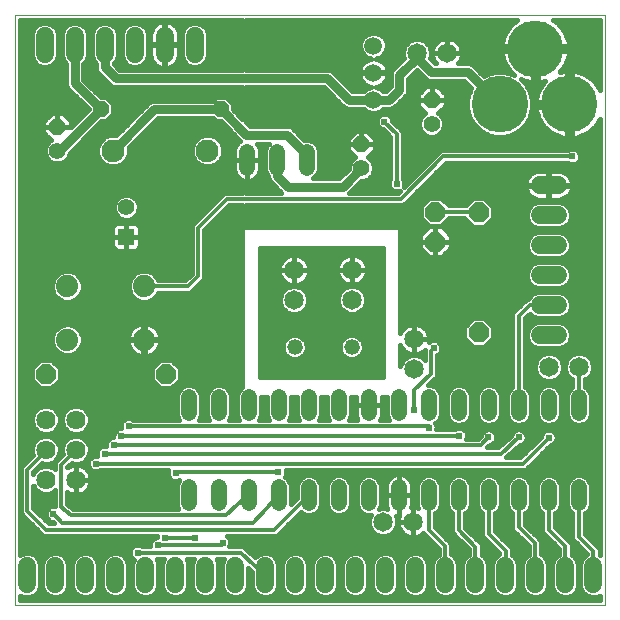
<source format=gbl>
G75*
G70*
%OFA0B0*%
%FSLAX24Y24*%
%IPPOS*%
%LPD*%
%AMOC8*
5,1,8,0,0,1.08239X$1,22.5*
%
%ADD10C,0.0000*%
%ADD11C,0.0520*%
%ADD12C,0.0650*%
%ADD13OC8,0.0660*%
%ADD14C,0.0591*%
%ADD15OC8,0.0560*%
%ADD16C,0.0560*%
%ADD17C,0.1890*%
%ADD18OC8,0.0520*%
%ADD19C,0.0760*%
%ADD20R,0.0554X0.0554*%
%ADD21C,0.0554*%
%ADD22C,0.0520*%
%ADD23C,0.0640*%
%ADD24C,0.0600*%
%ADD25C,0.0740*%
%ADD26C,0.0160*%
%ADD27C,0.0240*%
%ADD28C,0.0300*%
%ADD29C,0.0140*%
D10*
X005221Y001300D02*
X005221Y020985D01*
X024906Y020985D01*
X024906Y001300D01*
X005221Y001300D01*
D11*
X011021Y004710D02*
X011021Y005230D01*
X012021Y005230D02*
X012021Y004710D01*
X013021Y004710D02*
X013021Y005230D01*
X014021Y005230D02*
X014021Y004710D01*
X015021Y004710D02*
X015021Y005230D01*
X016021Y005230D02*
X016021Y004710D01*
X017021Y004710D02*
X017021Y005230D01*
X018021Y005230D02*
X018021Y004710D01*
X019021Y004710D02*
X019021Y005230D01*
X020021Y005230D02*
X020021Y004710D01*
X021021Y004710D02*
X021021Y005230D01*
X022021Y005230D02*
X022021Y004710D01*
X023021Y004710D02*
X023021Y005230D01*
X024021Y005230D02*
X024021Y004710D01*
X024021Y007710D02*
X024021Y008230D01*
X023021Y008230D02*
X023021Y007710D01*
X022021Y007710D02*
X022021Y008230D01*
X021021Y008230D02*
X021021Y007710D01*
X020021Y007710D02*
X020021Y008230D01*
X019021Y008230D02*
X019021Y007710D01*
X018021Y007710D02*
X018021Y008230D01*
X017021Y008230D02*
X017021Y007710D01*
X016021Y007710D02*
X016021Y008230D01*
X015021Y008230D02*
X015021Y007710D01*
X014021Y007710D02*
X014021Y008230D01*
X013021Y008230D02*
X013021Y007710D01*
X012021Y007710D02*
X012021Y008230D01*
X011021Y008230D02*
X011021Y007710D01*
X012962Y015886D02*
X012962Y016406D01*
X013962Y016406D02*
X013962Y015886D01*
X014962Y015886D02*
X014962Y016406D01*
D12*
X018626Y019698D03*
X019626Y019698D03*
X016462Y012488D03*
X016462Y011488D03*
X014537Y011473D03*
X014537Y012473D03*
X018531Y010172D03*
X018531Y009172D03*
X023026Y009245D03*
X024026Y009245D03*
X018503Y004066D03*
X017503Y004066D03*
D13*
X010251Y009013D03*
X006251Y009013D03*
X019236Y013415D03*
X019236Y014415D03*
X020681Y014392D03*
X020681Y010392D03*
D14*
X017177Y018144D03*
X017177Y019049D03*
X017177Y019955D03*
D15*
X019122Y018143D03*
X016775Y016662D03*
X006637Y017246D03*
D16*
X006637Y016446D03*
X016775Y015862D03*
X019122Y017343D03*
D17*
X021388Y018001D03*
X022569Y019851D03*
X023711Y018001D03*
D18*
X012091Y017830D03*
X008091Y017830D03*
D19*
X008496Y016451D03*
X011645Y016451D03*
D20*
X008932Y013581D03*
D21*
X008932Y014565D03*
D22*
X014548Y009910D03*
X016448Y009910D03*
D23*
X007255Y007480D03*
X007255Y006480D03*
X006255Y006480D03*
X006255Y007480D03*
X006255Y005480D03*
X007255Y005480D03*
D24*
X007571Y002600D02*
X007571Y002000D01*
X008571Y002000D02*
X008571Y002600D01*
X009571Y002600D02*
X009571Y002000D01*
X010571Y002000D02*
X010571Y002600D01*
X011571Y002600D02*
X011571Y002000D01*
X012571Y002000D02*
X012571Y002600D01*
X013571Y002600D02*
X013571Y002000D01*
X014571Y002000D02*
X014571Y002600D01*
X015571Y002600D02*
X015571Y002000D01*
X016571Y002000D02*
X016571Y002600D01*
X017571Y002600D02*
X017571Y002000D01*
X018571Y002000D02*
X018571Y002600D01*
X019571Y002600D02*
X019571Y002000D01*
X020571Y002000D02*
X020571Y002600D01*
X021571Y002600D02*
X021571Y002000D01*
X022571Y002000D02*
X022571Y002600D01*
X023571Y002600D02*
X023571Y002000D01*
X024506Y002000D02*
X024506Y002600D01*
X023319Y010303D02*
X022719Y010303D01*
X022719Y011303D02*
X023319Y011303D01*
X023319Y012303D02*
X022719Y012303D01*
X022719Y013303D02*
X023319Y013303D01*
X023319Y014303D02*
X022719Y014303D01*
X022719Y015303D02*
X023319Y015303D01*
X011221Y019680D02*
X011221Y020280D01*
X010221Y020280D02*
X010221Y019680D01*
X009221Y019680D02*
X009221Y020280D01*
X008221Y020280D02*
X008221Y019680D01*
X007221Y019680D02*
X007221Y020280D01*
X006221Y020280D02*
X006221Y019680D01*
X006571Y002600D02*
X006571Y002000D01*
X005636Y002000D02*
X005636Y002600D01*
D25*
X006971Y010150D03*
X009531Y010150D03*
X009531Y011930D03*
X006971Y011930D03*
D26*
X007481Y011923D02*
X009021Y011923D01*
X009021Y011829D02*
X009098Y011641D01*
X009242Y011498D01*
X009429Y011420D01*
X009632Y011420D01*
X009820Y011498D01*
X009963Y011641D01*
X009996Y011720D01*
X011078Y011720D01*
X011201Y011843D01*
X011541Y012183D01*
X011541Y012357D01*
X011541Y013793D01*
X012378Y014630D01*
X012811Y014630D01*
X012811Y008576D01*
X012794Y008569D01*
X012682Y008457D01*
X012621Y008310D01*
X012621Y007631D01*
X012679Y007490D01*
X012363Y007490D01*
X012421Y007631D01*
X012421Y008310D01*
X012360Y008457D01*
X012247Y008569D01*
X012100Y008630D01*
X011941Y008630D01*
X011794Y008569D01*
X011682Y008457D01*
X011621Y008310D01*
X011621Y007631D01*
X011679Y007490D01*
X011363Y007490D01*
X011421Y007631D01*
X011421Y008310D01*
X011360Y008457D01*
X011247Y008569D01*
X011100Y008630D01*
X010941Y008630D01*
X010794Y008569D01*
X010682Y008457D01*
X010621Y008310D01*
X010621Y007631D01*
X010679Y007490D01*
X009178Y007490D01*
X009168Y007501D01*
X009072Y007540D01*
X008969Y007540D01*
X008874Y007501D01*
X008800Y007427D01*
X008761Y007332D01*
X008761Y007228D01*
X008773Y007200D01*
X008719Y007200D01*
X008624Y007161D01*
X008550Y007087D01*
X008511Y006992D01*
X008511Y006900D01*
X008469Y006900D01*
X008374Y006861D01*
X008300Y006787D01*
X008261Y006692D01*
X008261Y006610D01*
X008169Y006610D01*
X008074Y006571D01*
X008000Y006497D01*
X007961Y006402D01*
X007961Y006298D01*
X007968Y006280D01*
X007869Y006280D01*
X007774Y006241D01*
X007700Y006167D01*
X007661Y006072D01*
X007661Y005968D01*
X007700Y005873D01*
X007774Y005800D01*
X007869Y005760D01*
X007972Y005760D01*
X008068Y005800D01*
X008078Y005810D01*
X010345Y005810D01*
X010321Y005752D01*
X010321Y005648D01*
X010360Y005553D01*
X010434Y005480D01*
X010529Y005440D01*
X010632Y005440D01*
X010688Y005463D01*
X010682Y005457D01*
X010621Y005310D01*
X010621Y004631D01*
X010671Y004510D01*
X007174Y004510D01*
X006971Y004672D01*
X006971Y005068D01*
X006993Y005052D01*
X007063Y005017D01*
X007138Y004992D01*
X007215Y004980D01*
X007246Y004980D01*
X007246Y005471D01*
X007263Y005471D01*
X007263Y004980D01*
X007294Y004980D01*
X007372Y004992D01*
X007447Y005017D01*
X007517Y005052D01*
X007580Y005099D01*
X007636Y005154D01*
X007682Y005218D01*
X007718Y005288D01*
X007742Y005363D01*
X007755Y005441D01*
X007755Y005471D01*
X007264Y005471D01*
X007264Y005489D01*
X007755Y005489D01*
X007755Y005519D01*
X007742Y005597D01*
X007718Y005672D01*
X007682Y005742D01*
X007636Y005806D01*
X007580Y005861D01*
X007517Y005908D01*
X007447Y005943D01*
X007372Y005968D01*
X007294Y005980D01*
X007263Y005980D01*
X007263Y005489D01*
X007246Y005489D01*
X007246Y005980D01*
X007215Y005980D01*
X007138Y005968D01*
X007063Y005943D01*
X006993Y005908D01*
X006971Y005892D01*
X006971Y005899D01*
X007113Y006041D01*
X007163Y006020D01*
X007346Y006020D01*
X007515Y006090D01*
X007645Y006219D01*
X007715Y006388D01*
X007715Y006571D01*
X007645Y006740D01*
X007515Y006870D01*
X007346Y006940D01*
X007163Y006940D01*
X006994Y006870D01*
X006865Y006740D01*
X006795Y006571D01*
X006795Y006388D01*
X006816Y006338D01*
X006551Y006073D01*
X006551Y005899D01*
X006551Y005834D01*
X006515Y005870D01*
X006346Y005940D01*
X006163Y005940D01*
X005994Y005870D01*
X005865Y005740D01*
X005841Y005682D01*
X005841Y005733D01*
X006138Y006030D01*
X006163Y006020D01*
X006346Y006020D01*
X006515Y006090D01*
X006645Y006219D01*
X006715Y006388D01*
X006715Y006571D01*
X006645Y006740D01*
X006515Y006870D01*
X006346Y006940D01*
X006163Y006940D01*
X005994Y006870D01*
X005865Y006740D01*
X005795Y006571D01*
X005795Y006388D01*
X005826Y006312D01*
X005421Y005907D01*
X005421Y005733D01*
X005421Y004363D01*
X005544Y004240D01*
X006174Y003610D01*
X006348Y003610D01*
X009964Y003610D01*
X009961Y003602D01*
X009961Y003560D01*
X009929Y003560D01*
X009834Y003521D01*
X009760Y003447D01*
X009721Y003352D01*
X009721Y003260D01*
X009478Y003260D01*
X009468Y003271D01*
X009372Y003310D01*
X009269Y003310D01*
X009174Y003271D01*
X009100Y003197D01*
X009061Y003102D01*
X009061Y002998D01*
X009100Y002903D01*
X009174Y002830D01*
X009187Y002824D01*
X009131Y002688D01*
X009131Y001913D01*
X009198Y001751D01*
X009322Y001627D01*
X009483Y001560D01*
X009658Y001560D01*
X009820Y001627D01*
X009944Y001751D01*
X010011Y001913D01*
X010011Y002688D01*
X009948Y002840D01*
X010194Y002840D01*
X010131Y002688D01*
X010131Y001913D01*
X010198Y001751D01*
X010322Y001627D01*
X010483Y001560D01*
X010658Y001560D01*
X010820Y001627D01*
X010944Y001751D01*
X011011Y001913D01*
X011011Y002688D01*
X010948Y002840D01*
X011194Y002840D01*
X011131Y002688D01*
X011131Y001913D01*
X011198Y001751D01*
X011322Y001627D01*
X011483Y001560D01*
X011658Y001560D01*
X011820Y001627D01*
X011944Y001751D01*
X012011Y001913D01*
X012011Y002688D01*
X011948Y002840D01*
X012194Y002840D01*
X012131Y002688D01*
X012131Y001913D01*
X012198Y001751D01*
X012322Y001627D01*
X012483Y001560D01*
X012658Y001560D01*
X012820Y001627D01*
X012944Y001751D01*
X013011Y001913D01*
X013011Y002533D01*
X013131Y002421D01*
X013131Y001913D01*
X013198Y001751D01*
X013322Y001627D01*
X013483Y001560D01*
X013658Y001560D01*
X013820Y001627D01*
X013944Y001751D01*
X014011Y001913D01*
X014011Y002688D01*
X013944Y002849D01*
X013820Y002973D01*
X013658Y003040D01*
X013483Y003040D01*
X013322Y002973D01*
X013240Y002892D01*
X012907Y003201D01*
X012848Y003260D01*
X012843Y003260D01*
X012840Y003263D01*
X012757Y003260D01*
X012378Y003260D01*
X012411Y003338D01*
X012411Y003442D01*
X012371Y003537D01*
X012298Y003610D01*
X013958Y003610D01*
X014081Y003733D01*
X014756Y004409D01*
X014794Y004371D01*
X014941Y004310D01*
X015100Y004310D01*
X015247Y004371D01*
X015360Y004484D01*
X015421Y004631D01*
X015421Y005310D01*
X015360Y005457D01*
X015247Y005569D01*
X015100Y005630D01*
X014941Y005630D01*
X014794Y005569D01*
X014682Y005457D01*
X014621Y005310D01*
X014621Y004867D01*
X014421Y004667D01*
X014421Y005310D01*
X014360Y005457D01*
X014247Y005569D01*
X014219Y005581D01*
X014221Y005583D01*
X014261Y005678D01*
X014261Y005782D01*
X014249Y005810D01*
X022074Y005810D01*
X022248Y005810D01*
X023058Y006620D01*
X023072Y006620D01*
X023168Y006660D01*
X023241Y006733D01*
X023281Y006828D01*
X023281Y006932D01*
X023241Y007027D01*
X023168Y007101D01*
X023072Y007140D01*
X022969Y007140D01*
X022874Y007101D01*
X022800Y007027D01*
X022761Y006932D01*
X022761Y006917D01*
X022074Y006230D01*
X021601Y006230D01*
X022048Y006640D01*
X022072Y006640D01*
X022168Y006680D01*
X022241Y006753D01*
X022281Y006848D01*
X022281Y006952D01*
X022241Y007047D01*
X022168Y007121D01*
X022072Y007160D01*
X021969Y007160D01*
X021874Y007121D01*
X021800Y007047D01*
X021761Y006952D01*
X021761Y006947D01*
X021339Y006560D01*
X020968Y006560D01*
X021048Y006640D01*
X021062Y006640D01*
X021158Y006680D01*
X021231Y006753D01*
X021271Y006848D01*
X021271Y006952D01*
X021231Y007047D01*
X021158Y007121D01*
X021062Y007160D01*
X020959Y007160D01*
X020864Y007121D01*
X020790Y007047D01*
X020751Y006952D01*
X020751Y006937D01*
X020664Y006850D01*
X020271Y006850D01*
X020291Y006898D01*
X020291Y007002D01*
X020251Y007097D01*
X020178Y007171D01*
X020082Y007210D01*
X019979Y007210D01*
X019884Y007171D01*
X019873Y007160D01*
X019277Y007160D01*
X019281Y007168D01*
X019281Y007272D01*
X019241Y007367D01*
X019240Y007368D01*
X019247Y007371D01*
X019360Y007484D01*
X019421Y007631D01*
X019421Y008310D01*
X019360Y008457D01*
X019247Y008569D01*
X019100Y008630D01*
X019008Y008630D01*
X019178Y008800D01*
X019301Y008923D01*
X019301Y009638D01*
X019328Y009650D01*
X019401Y009723D01*
X019441Y009818D01*
X019441Y009922D01*
X019401Y010017D01*
X019328Y010091D01*
X019232Y010130D01*
X019129Y010130D01*
X019034Y010091D01*
X019029Y010086D01*
X019036Y010132D01*
X019036Y010172D01*
X018532Y010172D01*
X018532Y010172D01*
X019036Y010172D01*
X019036Y010212D01*
X019024Y010290D01*
X018999Y010366D01*
X018963Y010437D01*
X018917Y010501D01*
X018860Y010557D01*
X018796Y010604D01*
X018725Y010640D01*
X018650Y010665D01*
X018571Y010677D01*
X018532Y010677D01*
X018532Y010173D01*
X018531Y010173D01*
X018531Y010677D01*
X018492Y010677D01*
X018413Y010665D01*
X018338Y010640D01*
X018267Y010604D01*
X018202Y010557D01*
X018146Y010501D01*
X018100Y010437D01*
X018071Y010380D01*
X018071Y013900D01*
X012921Y013900D01*
X012921Y014630D01*
X018178Y014630D01*
X018301Y014753D01*
X019598Y016050D01*
X023643Y016050D01*
X023654Y016040D01*
X023749Y016000D01*
X023852Y016000D01*
X023948Y016040D01*
X024021Y016113D01*
X024061Y016208D01*
X024061Y016312D01*
X024021Y016407D01*
X023948Y016481D01*
X023852Y016520D01*
X023749Y016520D01*
X023654Y016481D01*
X023643Y016470D01*
X019598Y016470D01*
X019424Y016470D01*
X018181Y015228D01*
X018211Y015298D01*
X018211Y015402D01*
X018171Y015497D01*
X018161Y015508D01*
X018161Y016923D01*
X018161Y017097D01*
X017801Y017457D01*
X017801Y017472D01*
X017761Y017567D01*
X017688Y017641D01*
X017592Y017680D01*
X017489Y017680D01*
X017394Y017641D01*
X017320Y017567D01*
X017281Y017472D01*
X017281Y017368D01*
X017320Y017273D01*
X017394Y017200D01*
X017489Y017160D01*
X017504Y017160D01*
X017741Y016923D01*
X017741Y015508D01*
X017730Y015497D01*
X017691Y015402D01*
X017691Y015298D01*
X017730Y015203D01*
X017804Y015130D01*
X017899Y015090D01*
X018002Y015090D01*
X018073Y015119D01*
X018004Y015050D01*
X016374Y015050D01*
X016765Y015442D01*
X016859Y015442D01*
X017013Y015506D01*
X017131Y015624D01*
X017195Y015778D01*
X017195Y015945D01*
X017131Y016099D01*
X017013Y016218D01*
X016991Y016227D01*
X017235Y016471D01*
X017235Y016661D01*
X016775Y016661D01*
X016775Y016662D01*
X016775Y016662D01*
X016775Y017122D01*
X016965Y017122D01*
X017235Y016852D01*
X017235Y016662D01*
X016775Y016662D01*
X016775Y017122D01*
X016584Y017122D01*
X016315Y016852D01*
X016315Y016662D01*
X016775Y016662D01*
X016775Y016661D01*
X016315Y016661D01*
X016315Y016471D01*
X016559Y016227D01*
X016537Y016218D01*
X016419Y016099D01*
X016355Y015945D01*
X016355Y015852D01*
X016033Y015530D01*
X015147Y015530D01*
X015188Y015547D01*
X015301Y015660D01*
X015362Y015807D01*
X015362Y016486D01*
X015301Y016633D01*
X015188Y016745D01*
X015041Y016806D01*
X014882Y016806D01*
X014877Y016804D01*
X014455Y017226D01*
X014348Y017270D01*
X014233Y017270D01*
X013060Y017270D01*
X012921Y017410D01*
X012921Y018570D01*
X015521Y018570D01*
X016111Y017980D01*
X016193Y017898D01*
X016299Y017854D01*
X016851Y017854D01*
X016930Y017775D01*
X017090Y017709D01*
X017263Y017709D01*
X017423Y017775D01*
X017502Y017854D01*
X017762Y017854D01*
X017869Y017898D01*
X017950Y017980D01*
X018287Y018316D01*
X018331Y018422D01*
X018331Y018538D01*
X018331Y018850D01*
X018626Y019145D01*
X018865Y018906D01*
X018946Y018824D01*
X019053Y018780D01*
X020198Y018780D01*
X020443Y018535D01*
X020377Y018420D01*
X020303Y018144D01*
X020303Y017858D01*
X020377Y017582D01*
X020520Y017335D01*
X020722Y017133D01*
X020969Y016990D01*
X021245Y016916D01*
X021531Y016916D01*
X021806Y016990D01*
X022054Y017133D01*
X022256Y017335D01*
X022399Y017582D01*
X022473Y017858D01*
X022473Y018144D01*
X022399Y018420D01*
X022256Y018667D01*
X022089Y018834D01*
X022138Y018810D01*
X022257Y018769D01*
X022380Y018741D01*
X022489Y018728D01*
X022489Y019771D01*
X022649Y019771D01*
X022649Y019931D01*
X023692Y019931D01*
X023680Y020040D01*
X023651Y020163D01*
X023610Y020282D01*
X023555Y020396D01*
X023488Y020503D01*
X023409Y020602D01*
X023320Y020691D01*
X023221Y020770D01*
X023165Y020805D01*
X024726Y020805D01*
X024726Y018485D01*
X024697Y018546D01*
X024629Y018653D01*
X024551Y018752D01*
X024461Y018841D01*
X024362Y018920D01*
X024256Y018987D01*
X024142Y019042D01*
X024022Y019083D01*
X023899Y019112D01*
X023790Y019124D01*
X023790Y018081D01*
X023631Y018081D01*
X023631Y019124D01*
X023522Y019112D01*
X023399Y019083D01*
X023388Y019080D01*
X023409Y019101D01*
X023488Y019199D01*
X023555Y019306D01*
X023610Y019420D01*
X023651Y019539D01*
X023680Y019663D01*
X023692Y019771D01*
X022649Y019771D01*
X022649Y018728D01*
X022758Y018741D01*
X022881Y018769D01*
X022891Y018772D01*
X022870Y018752D01*
X022792Y018653D01*
X022724Y018546D01*
X022670Y018432D01*
X022628Y018313D01*
X022600Y018190D01*
X022588Y018081D01*
X023630Y018081D01*
X023630Y017921D01*
X022588Y017921D01*
X022600Y017812D01*
X022628Y017689D01*
X022670Y017570D01*
X022724Y017456D01*
X022792Y017349D01*
X022870Y017250D01*
X022960Y017161D01*
X023059Y017082D01*
X023166Y017015D01*
X023279Y016960D01*
X023399Y016918D01*
X023522Y016890D01*
X023631Y016878D01*
X023631Y017921D01*
X023790Y017921D01*
X023790Y016878D01*
X023899Y016890D01*
X024022Y016918D01*
X024142Y016960D01*
X024256Y017015D01*
X024362Y017082D01*
X024461Y017161D01*
X024551Y017250D01*
X024629Y017349D01*
X024697Y017456D01*
X024726Y017517D01*
X024726Y002985D01*
X024721Y002987D01*
X024721Y003187D01*
X024598Y003310D01*
X024231Y003677D01*
X024231Y004364D01*
X024247Y004371D01*
X024360Y004484D01*
X024421Y004631D01*
X024421Y005310D01*
X024360Y005457D01*
X024247Y005569D01*
X024100Y005630D01*
X023941Y005630D01*
X023794Y005569D01*
X023682Y005457D01*
X023621Y005310D01*
X023621Y004631D01*
X023682Y004484D01*
X023794Y004371D01*
X023811Y004364D01*
X023811Y003677D01*
X023811Y003503D01*
X024301Y003013D01*
X024301Y002991D01*
X024257Y002973D01*
X024133Y002849D01*
X024066Y002688D01*
X024066Y001913D01*
X024133Y001751D01*
X024257Y001627D01*
X024418Y001560D01*
X024593Y001560D01*
X024726Y001615D01*
X024726Y001480D01*
X005401Y001480D01*
X005401Y001621D01*
X005548Y001560D01*
X005723Y001560D01*
X005885Y001627D01*
X006009Y001751D01*
X006076Y001913D01*
X006076Y002688D01*
X006009Y002849D01*
X005885Y002973D01*
X005723Y003040D01*
X005548Y003040D01*
X005401Y002979D01*
X005401Y020805D01*
X012811Y020805D01*
X012811Y019150D01*
X008711Y019150D01*
X008512Y019349D01*
X008594Y019431D01*
X008661Y019593D01*
X008661Y020368D01*
X008594Y020529D01*
X008470Y020653D01*
X008308Y020720D01*
X008133Y020720D01*
X007972Y020653D01*
X007848Y020529D01*
X007781Y020368D01*
X007781Y019593D01*
X007848Y019431D01*
X007931Y019348D01*
X007931Y019288D01*
X007931Y019172D01*
X007975Y019066D01*
X008345Y018696D01*
X008426Y018614D01*
X008533Y018570D01*
X012811Y018570D01*
X012811Y017520D01*
X012491Y017840D01*
X012491Y017995D01*
X012256Y018230D01*
X011925Y018230D01*
X011815Y018120D01*
X009817Y018120D01*
X009710Y018076D01*
X009629Y017994D01*
X008604Y016969D01*
X008599Y016971D01*
X008392Y016971D01*
X008201Y016892D01*
X008055Y016745D01*
X007976Y016554D01*
X007976Y016347D01*
X008055Y016156D01*
X008201Y016010D01*
X008392Y015931D01*
X008599Y015931D01*
X008790Y016010D01*
X008936Y016156D01*
X009016Y016347D01*
X009016Y016554D01*
X009014Y016559D01*
X009995Y017540D01*
X011815Y017540D01*
X011925Y017430D01*
X012081Y017430D01*
X012694Y016816D01*
X012729Y016781D01*
X012675Y016742D01*
X012626Y016693D01*
X012585Y016637D01*
X012554Y016575D01*
X012532Y016509D01*
X012522Y016441D01*
X012522Y016146D01*
X012522Y015851D01*
X012532Y015783D01*
X012554Y015717D01*
X012585Y015656D01*
X012626Y015599D01*
X012675Y015551D01*
X012731Y015510D01*
X012793Y015478D01*
X012811Y015473D01*
X012811Y015050D01*
X012378Y015050D01*
X012204Y015050D01*
X011244Y014090D01*
X011121Y013967D01*
X011121Y012357D01*
X010904Y012140D01*
X009996Y012140D01*
X009963Y012219D01*
X009820Y012362D01*
X009632Y012440D01*
X009429Y012440D01*
X009242Y012362D01*
X009098Y012219D01*
X009021Y012032D01*
X009021Y011829D01*
X009048Y011764D02*
X007454Y011764D01*
X007481Y011829D02*
X007403Y011641D01*
X007260Y011498D01*
X007072Y011420D01*
X006869Y011420D01*
X006682Y011498D01*
X006538Y011641D01*
X006461Y011829D01*
X006461Y012032D01*
X006538Y012219D01*
X006682Y012362D01*
X006869Y012440D01*
X007072Y012440D01*
X007260Y012362D01*
X007403Y012219D01*
X007481Y012032D01*
X007481Y011829D01*
X007367Y011605D02*
X009134Y011605D01*
X009365Y011447D02*
X007137Y011447D01*
X006805Y011447D02*
X005401Y011447D01*
X005401Y011605D02*
X006574Y011605D01*
X006488Y011764D02*
X005401Y011764D01*
X005401Y011923D02*
X006461Y011923D01*
X006481Y012081D02*
X005401Y012081D01*
X005401Y012240D02*
X006559Y012240D01*
X006768Y012398D02*
X005401Y012398D01*
X005401Y012557D02*
X011121Y012557D01*
X011121Y012715D02*
X005401Y012715D01*
X005401Y012874D02*
X011121Y012874D01*
X011121Y013032D02*
X005401Y013032D01*
X005401Y013191D02*
X008513Y013191D01*
X008511Y013193D02*
X008545Y013160D01*
X008586Y013136D01*
X008631Y013124D01*
X008924Y013124D01*
X008924Y013572D01*
X008941Y013572D01*
X008941Y013124D01*
X009233Y013124D01*
X009279Y013136D01*
X009320Y013160D01*
X009353Y013193D01*
X009377Y013234D01*
X009389Y013280D01*
X009389Y013572D01*
X008941Y013572D01*
X008941Y013590D01*
X008924Y013590D01*
X008924Y014038D01*
X008631Y014038D01*
X008586Y014026D01*
X008545Y014002D01*
X008511Y013969D01*
X008487Y013928D01*
X008475Y013882D01*
X008475Y013590D01*
X008923Y013590D01*
X008923Y013572D01*
X008475Y013572D01*
X008475Y013280D01*
X008487Y013234D01*
X008511Y013193D01*
X008475Y013349D02*
X005401Y013349D01*
X005401Y013508D02*
X008475Y013508D01*
X008475Y013667D02*
X005401Y013667D01*
X005401Y013825D02*
X008475Y013825D01*
X008526Y013984D02*
X005401Y013984D01*
X005401Y014142D02*
X011296Y014142D01*
X011137Y013984D02*
X009338Y013984D01*
X009353Y013969D02*
X009320Y014002D01*
X009279Y014026D01*
X009233Y014038D01*
X008941Y014038D01*
X008941Y013590D01*
X009389Y013590D01*
X009389Y013882D01*
X009377Y013928D01*
X009353Y013969D01*
X009389Y013825D02*
X011121Y013825D01*
X011121Y013667D02*
X009389Y013667D01*
X009389Y013508D02*
X011121Y013508D01*
X011121Y013349D02*
X009389Y013349D01*
X009351Y013191D02*
X011121Y013191D01*
X011541Y013191D02*
X012811Y013191D01*
X012811Y013349D02*
X011541Y013349D01*
X011541Y013508D02*
X012811Y013508D01*
X012811Y013667D02*
X011541Y013667D01*
X011573Y013825D02*
X012811Y013825D01*
X012811Y013984D02*
X011731Y013984D01*
X011890Y014142D02*
X012811Y014142D01*
X012921Y014142D02*
X018844Y014142D01*
X018766Y014221D02*
X019041Y013945D01*
X019431Y013945D01*
X019691Y014205D01*
X020211Y014205D01*
X020211Y014197D01*
X020487Y013922D01*
X020876Y013922D01*
X021151Y014197D01*
X021151Y014586D01*
X020876Y014862D01*
X020487Y014862D01*
X020250Y014625D01*
X019691Y014625D01*
X019431Y014885D01*
X019041Y014885D01*
X018766Y014610D01*
X018766Y014221D01*
X018766Y014301D02*
X012921Y014301D01*
X012811Y014301D02*
X012048Y014301D01*
X012207Y014459D02*
X012811Y014459D01*
X012921Y014459D02*
X018766Y014459D01*
X018774Y014618D02*
X012921Y014618D01*
X012811Y014618D02*
X012365Y014618D01*
X012089Y014935D02*
X009130Y014935D01*
X009169Y014919D02*
X009015Y014982D01*
X008849Y014982D01*
X008696Y014919D01*
X008579Y014801D01*
X008515Y014648D01*
X008515Y014482D01*
X008579Y014329D01*
X008696Y014212D01*
X008849Y014148D01*
X009015Y014148D01*
X009169Y014212D01*
X009286Y014329D01*
X009349Y014482D01*
X009349Y014648D01*
X009286Y014801D01*
X009169Y014919D01*
X009296Y014776D02*
X011930Y014776D01*
X011771Y014618D02*
X009349Y014618D01*
X009340Y014459D02*
X011613Y014459D01*
X011454Y014301D02*
X009258Y014301D01*
X008941Y013984D02*
X008924Y013984D01*
X008924Y013825D02*
X008941Y013825D01*
X008924Y013667D02*
X008941Y013667D01*
X008924Y013508D02*
X008941Y013508D01*
X008924Y013349D02*
X008941Y013349D01*
X008924Y013191D02*
X008941Y013191D01*
X009328Y012398D02*
X007173Y012398D01*
X007382Y012240D02*
X009119Y012240D01*
X009041Y012081D02*
X007460Y012081D01*
X007072Y010660D02*
X006869Y010660D01*
X006682Y010582D01*
X006538Y010439D01*
X006461Y010252D01*
X006461Y010049D01*
X006538Y009861D01*
X006682Y009718D01*
X006869Y009640D01*
X007072Y009640D01*
X007260Y009718D01*
X007403Y009861D01*
X007481Y010049D01*
X007481Y010252D01*
X007403Y010439D01*
X007260Y010582D01*
X007072Y010660D01*
X007087Y010654D02*
X009309Y010654D01*
X009320Y010660D02*
X009243Y010621D01*
X009172Y010570D01*
X009111Y010508D01*
X009060Y010438D01*
X009021Y010361D01*
X008994Y010279D01*
X008981Y010193D01*
X008981Y010170D01*
X009511Y010170D01*
X009511Y010130D01*
X009551Y010130D01*
X009551Y010170D01*
X010081Y010170D01*
X010081Y010193D01*
X010067Y010279D01*
X010040Y010361D01*
X010001Y010438D01*
X009950Y010508D01*
X009889Y010570D01*
X009819Y010621D01*
X009742Y010660D01*
X009660Y010687D01*
X009574Y010700D01*
X009551Y010700D01*
X009551Y010170D01*
X009511Y010170D01*
X009511Y010700D01*
X009487Y010700D01*
X009402Y010687D01*
X009320Y010660D01*
X009511Y010654D02*
X009551Y010654D01*
X009551Y010496D02*
X009511Y010496D01*
X009511Y010337D02*
X009551Y010337D01*
X009551Y010179D02*
X009511Y010179D01*
X009511Y010130D02*
X008981Y010130D01*
X008981Y010107D01*
X008994Y010021D01*
X009021Y009939D01*
X009060Y009862D01*
X009111Y009792D01*
X009172Y009731D01*
X009243Y009680D01*
X009320Y009640D01*
X009402Y009614D01*
X009487Y009600D01*
X009511Y009600D01*
X009511Y010130D01*
X009551Y010130D02*
X009551Y009600D01*
X009574Y009600D01*
X009660Y009614D01*
X009742Y009640D01*
X009819Y009680D01*
X009889Y009731D01*
X009950Y009792D01*
X010001Y009862D01*
X010040Y009939D01*
X010067Y010021D01*
X010081Y010107D01*
X010081Y010130D01*
X009551Y010130D01*
X009551Y010020D02*
X009511Y010020D01*
X009511Y009861D02*
X009551Y009861D01*
X009551Y009703D02*
X009511Y009703D01*
X009211Y009703D02*
X007224Y009703D01*
X007403Y009861D02*
X009061Y009861D01*
X008995Y010020D02*
X007469Y010020D01*
X007481Y010179D02*
X008981Y010179D01*
X009013Y010337D02*
X007445Y010337D01*
X007346Y010496D02*
X009102Y010496D01*
X009753Y010654D02*
X012811Y010654D01*
X012811Y010496D02*
X009960Y010496D01*
X010048Y010337D02*
X012811Y010337D01*
X012811Y010179D02*
X010081Y010179D01*
X010067Y010020D02*
X012811Y010020D01*
X012811Y009861D02*
X010001Y009861D01*
X009851Y009703D02*
X012811Y009703D01*
X012811Y009544D02*
X005401Y009544D01*
X005401Y009386D02*
X005959Y009386D01*
X006056Y009483D02*
X005781Y009207D01*
X005781Y008818D01*
X006056Y008543D01*
X006446Y008543D01*
X006721Y008818D01*
X006721Y009207D01*
X006446Y009483D01*
X006056Y009483D01*
X005801Y009227D02*
X005401Y009227D01*
X005401Y009069D02*
X005781Y009069D01*
X005781Y008910D02*
X005401Y008910D01*
X005401Y008752D02*
X005847Y008752D01*
X006006Y008593D02*
X005401Y008593D01*
X005401Y008435D02*
X010673Y008435D01*
X010621Y008276D02*
X005401Y008276D01*
X005401Y008118D02*
X010621Y008118D01*
X010621Y007959D02*
X005401Y007959D01*
X005401Y007800D02*
X005925Y007800D01*
X005865Y007740D02*
X005795Y007571D01*
X005795Y007388D01*
X005865Y007219D01*
X005994Y007090D01*
X006163Y007020D01*
X006346Y007020D01*
X006515Y007090D01*
X006645Y007219D01*
X006715Y007388D01*
X006715Y007571D01*
X006645Y007740D01*
X006515Y007870D01*
X006346Y007940D01*
X006163Y007940D01*
X005994Y007870D01*
X005865Y007740D01*
X005824Y007642D02*
X005401Y007642D01*
X005401Y007483D02*
X005795Y007483D01*
X005821Y007325D02*
X005401Y007325D01*
X005401Y007166D02*
X005918Y007166D01*
X005973Y006849D02*
X005401Y006849D01*
X005401Y006691D02*
X005844Y006691D01*
X005795Y006532D02*
X005401Y006532D01*
X005401Y006374D02*
X005801Y006374D01*
X005729Y006215D02*
X005401Y006215D01*
X005401Y006056D02*
X005570Y006056D01*
X005421Y005898D02*
X005401Y005898D01*
X005401Y005739D02*
X005421Y005739D01*
X005421Y005581D02*
X005401Y005581D01*
X005401Y005422D02*
X005421Y005422D01*
X005421Y005264D02*
X005401Y005264D01*
X005401Y005105D02*
X005421Y005105D01*
X005421Y004947D02*
X005401Y004947D01*
X005401Y004788D02*
X005421Y004788D01*
X005421Y004630D02*
X005401Y004630D01*
X005401Y004471D02*
X005421Y004471D01*
X005401Y004312D02*
X005471Y004312D01*
X005401Y004154D02*
X005630Y004154D01*
X005789Y003995D02*
X005401Y003995D01*
X005401Y003837D02*
X005947Y003837D01*
X006106Y003678D02*
X005401Y003678D01*
X005401Y003520D02*
X009833Y003520D01*
X009725Y003361D02*
X005401Y003361D01*
X005401Y003203D02*
X009106Y003203D01*
X009061Y003044D02*
X005401Y003044D01*
X005973Y002886D02*
X006234Y002886D01*
X006198Y002849D02*
X006131Y002688D01*
X006131Y001913D01*
X006198Y001751D01*
X006322Y001627D01*
X006483Y001560D01*
X006658Y001560D01*
X006820Y001627D01*
X006944Y001751D01*
X007011Y001913D01*
X007011Y002688D01*
X006944Y002849D01*
X006820Y002973D01*
X006658Y003040D01*
X006483Y003040D01*
X006322Y002973D01*
X006198Y002849D01*
X006147Y002727D02*
X006059Y002727D01*
X006076Y002569D02*
X006131Y002569D01*
X006131Y002410D02*
X006076Y002410D01*
X006076Y002251D02*
X006131Y002251D01*
X006131Y002093D02*
X006076Y002093D01*
X006076Y001934D02*
X006131Y001934D01*
X006187Y001776D02*
X006019Y001776D01*
X005861Y001617D02*
X006345Y001617D01*
X006796Y001617D02*
X007345Y001617D01*
X007322Y001627D02*
X007483Y001560D01*
X007658Y001560D01*
X007820Y001627D01*
X007944Y001751D01*
X008011Y001913D01*
X008011Y002688D01*
X007944Y002849D01*
X007820Y002973D01*
X007658Y003040D01*
X007483Y003040D01*
X007322Y002973D01*
X007198Y002849D01*
X007131Y002688D01*
X007131Y001913D01*
X007198Y001751D01*
X007322Y001627D01*
X007187Y001776D02*
X006954Y001776D01*
X007011Y001934D02*
X007131Y001934D01*
X007131Y002093D02*
X007011Y002093D01*
X007011Y002251D02*
X007131Y002251D01*
X007131Y002410D02*
X007011Y002410D01*
X007011Y002569D02*
X007131Y002569D01*
X007147Y002727D02*
X006994Y002727D01*
X006908Y002886D02*
X007234Y002886D01*
X007908Y002886D02*
X008234Y002886D01*
X008198Y002849D02*
X008322Y002973D01*
X008483Y003040D01*
X008658Y003040D01*
X008820Y002973D01*
X008944Y002849D01*
X009011Y002688D01*
X009011Y001913D01*
X008944Y001751D01*
X008820Y001627D01*
X008658Y001560D01*
X008483Y001560D01*
X008322Y001627D01*
X008198Y001751D01*
X008131Y001913D01*
X008131Y002688D01*
X008198Y002849D01*
X008147Y002727D02*
X007994Y002727D01*
X008011Y002569D02*
X008131Y002569D01*
X008131Y002410D02*
X008011Y002410D01*
X008011Y002251D02*
X008131Y002251D01*
X008131Y002093D02*
X008011Y002093D01*
X008011Y001934D02*
X008131Y001934D01*
X008187Y001776D02*
X007954Y001776D01*
X007796Y001617D02*
X008345Y001617D01*
X008796Y001617D02*
X009345Y001617D01*
X009187Y001776D02*
X008954Y001776D01*
X009011Y001934D02*
X009131Y001934D01*
X009131Y002093D02*
X009011Y002093D01*
X009011Y002251D02*
X009131Y002251D01*
X009131Y002410D02*
X009011Y002410D01*
X009011Y002569D02*
X009131Y002569D01*
X009147Y002727D02*
X008994Y002727D01*
X008908Y002886D02*
X009118Y002886D01*
X009994Y002727D02*
X010147Y002727D01*
X010131Y002569D02*
X010011Y002569D01*
X010011Y002410D02*
X010131Y002410D01*
X010131Y002251D02*
X010011Y002251D01*
X010011Y002093D02*
X010131Y002093D01*
X010131Y001934D02*
X010011Y001934D01*
X009954Y001776D02*
X010187Y001776D01*
X010345Y001617D02*
X009796Y001617D01*
X010796Y001617D02*
X011345Y001617D01*
X011187Y001776D02*
X010954Y001776D01*
X011011Y001934D02*
X011131Y001934D01*
X011131Y002093D02*
X011011Y002093D01*
X011011Y002251D02*
X011131Y002251D01*
X011131Y002410D02*
X011011Y002410D01*
X011011Y002569D02*
X011131Y002569D01*
X011147Y002727D02*
X010994Y002727D01*
X011994Y002727D02*
X012147Y002727D01*
X012131Y002569D02*
X012011Y002569D01*
X012011Y002410D02*
X012131Y002410D01*
X012131Y002251D02*
X012011Y002251D01*
X012011Y002093D02*
X012131Y002093D01*
X012131Y001934D02*
X012011Y001934D01*
X011954Y001776D02*
X012187Y001776D01*
X012345Y001617D02*
X011796Y001617D01*
X012796Y001617D02*
X013345Y001617D01*
X013187Y001776D02*
X012954Y001776D01*
X013011Y001934D02*
X013131Y001934D01*
X013131Y002093D02*
X013011Y002093D01*
X013011Y002251D02*
X013131Y002251D01*
X013131Y002410D02*
X013011Y002410D01*
X013076Y003044D02*
X019351Y003044D01*
X019351Y002985D02*
X019322Y002973D01*
X019198Y002849D01*
X019131Y002688D01*
X019131Y001913D01*
X019198Y001751D01*
X019322Y001627D01*
X019483Y001560D01*
X019658Y001560D01*
X019820Y001627D01*
X019944Y001751D01*
X020011Y001913D01*
X020011Y002688D01*
X019944Y002849D01*
X019820Y002973D01*
X019771Y002994D01*
X019771Y003357D01*
X019648Y003480D01*
X019231Y003897D01*
X019231Y004364D01*
X019247Y004371D01*
X019360Y004484D01*
X019421Y004631D01*
X019421Y005310D01*
X019360Y005457D01*
X019247Y005569D01*
X019100Y005630D01*
X018941Y005630D01*
X018794Y005569D01*
X018682Y005457D01*
X018621Y005310D01*
X018621Y004631D01*
X018655Y004547D01*
X018621Y004558D01*
X018543Y004571D01*
X018503Y004571D01*
X018503Y004066D01*
X018503Y004066D01*
X018503Y004571D01*
X018463Y004571D01*
X018437Y004566D01*
X018450Y004607D01*
X018461Y004676D01*
X018461Y004970D01*
X018021Y004970D01*
X018021Y004970D01*
X018021Y004270D01*
X018040Y004270D01*
X018035Y004260D01*
X018010Y004184D01*
X017998Y004105D01*
X017998Y004066D01*
X018502Y004066D01*
X018502Y004066D01*
X017998Y004066D01*
X017998Y004026D01*
X018010Y003947D01*
X018035Y003872D01*
X018071Y003801D01*
X018118Y003737D01*
X018174Y003681D01*
X018238Y003634D01*
X018309Y003598D01*
X018385Y003573D01*
X018463Y003561D01*
X018503Y003561D01*
X018543Y003561D01*
X018621Y003573D01*
X018697Y003598D01*
X018768Y003634D01*
X018832Y003681D01*
X018843Y003691D01*
X019351Y003183D01*
X019351Y002985D01*
X019234Y002886D02*
X018908Y002886D01*
X018944Y002849D02*
X018820Y002973D01*
X018658Y003040D01*
X018483Y003040D01*
X018322Y002973D01*
X018198Y002849D01*
X018131Y002688D01*
X018131Y001913D01*
X018198Y001751D01*
X018322Y001627D01*
X018483Y001560D01*
X018658Y001560D01*
X018820Y001627D01*
X018944Y001751D01*
X019011Y001913D01*
X019011Y002688D01*
X018944Y002849D01*
X018994Y002727D02*
X019147Y002727D01*
X019131Y002569D02*
X019011Y002569D01*
X019011Y002410D02*
X019131Y002410D01*
X019131Y002251D02*
X019011Y002251D01*
X019011Y002093D02*
X019131Y002093D01*
X019131Y001934D02*
X019011Y001934D01*
X018954Y001776D02*
X019187Y001776D01*
X019345Y001617D02*
X018796Y001617D01*
X018345Y001617D02*
X017796Y001617D01*
X017820Y001627D02*
X017944Y001751D01*
X018011Y001913D01*
X018011Y002688D01*
X017944Y002849D01*
X017820Y002973D01*
X017658Y003040D01*
X017483Y003040D01*
X017322Y002973D01*
X017198Y002849D01*
X017131Y002688D01*
X017131Y001913D01*
X017198Y001751D01*
X017322Y001627D01*
X017483Y001560D01*
X017658Y001560D01*
X017820Y001627D01*
X017954Y001776D02*
X018187Y001776D01*
X018131Y001934D02*
X018011Y001934D01*
X018011Y002093D02*
X018131Y002093D01*
X018131Y002251D02*
X018011Y002251D01*
X018011Y002410D02*
X018131Y002410D01*
X018131Y002569D02*
X018011Y002569D01*
X017994Y002727D02*
X018147Y002727D01*
X018234Y002886D02*
X017908Y002886D01*
X017234Y002886D02*
X016908Y002886D01*
X016944Y002849D02*
X016820Y002973D01*
X016658Y003040D01*
X016483Y003040D01*
X016322Y002973D01*
X016198Y002849D01*
X016131Y002688D01*
X016131Y001913D01*
X016198Y001751D01*
X016322Y001627D01*
X016483Y001560D01*
X016658Y001560D01*
X016820Y001627D01*
X016944Y001751D01*
X017011Y001913D01*
X017011Y002688D01*
X016944Y002849D01*
X016994Y002727D02*
X017147Y002727D01*
X017131Y002569D02*
X017011Y002569D01*
X017011Y002410D02*
X017131Y002410D01*
X017131Y002251D02*
X017011Y002251D01*
X017011Y002093D02*
X017131Y002093D01*
X017131Y001934D02*
X017011Y001934D01*
X016954Y001776D02*
X017187Y001776D01*
X017345Y001617D02*
X016796Y001617D01*
X016345Y001617D02*
X015796Y001617D01*
X015820Y001627D02*
X015944Y001751D01*
X016011Y001913D01*
X016011Y002688D01*
X015944Y002849D01*
X015820Y002973D01*
X015658Y003040D01*
X015483Y003040D01*
X015322Y002973D01*
X015198Y002849D01*
X015131Y002688D01*
X015131Y001913D01*
X015198Y001751D01*
X015322Y001627D01*
X015483Y001560D01*
X015658Y001560D01*
X015820Y001627D01*
X015954Y001776D02*
X016187Y001776D01*
X016131Y001934D02*
X016011Y001934D01*
X016011Y002093D02*
X016131Y002093D01*
X016131Y002251D02*
X016011Y002251D01*
X016011Y002410D02*
X016131Y002410D01*
X016131Y002569D02*
X016011Y002569D01*
X015994Y002727D02*
X016147Y002727D01*
X016234Y002886D02*
X015908Y002886D01*
X015234Y002886D02*
X014908Y002886D01*
X014944Y002849D02*
X014820Y002973D01*
X014658Y003040D01*
X014483Y003040D01*
X014322Y002973D01*
X014198Y002849D01*
X014131Y002688D01*
X014131Y001913D01*
X014198Y001751D01*
X014322Y001627D01*
X014483Y001560D01*
X014658Y001560D01*
X014820Y001627D01*
X014944Y001751D01*
X015011Y001913D01*
X015011Y002688D01*
X014944Y002849D01*
X014994Y002727D02*
X015147Y002727D01*
X015131Y002569D02*
X015011Y002569D01*
X015011Y002410D02*
X015131Y002410D01*
X015131Y002251D02*
X015011Y002251D01*
X015011Y002093D02*
X015131Y002093D01*
X015131Y001934D02*
X015011Y001934D01*
X014954Y001776D02*
X015187Y001776D01*
X015345Y001617D02*
X014796Y001617D01*
X014345Y001617D02*
X013796Y001617D01*
X013954Y001776D02*
X014187Y001776D01*
X014131Y001934D02*
X014011Y001934D01*
X014011Y002093D02*
X014131Y002093D01*
X014131Y002251D02*
X014011Y002251D01*
X014011Y002410D02*
X014131Y002410D01*
X014131Y002569D02*
X014011Y002569D01*
X013994Y002727D02*
X014147Y002727D01*
X014234Y002886D02*
X013908Y002886D01*
X014026Y003678D02*
X017233Y003678D01*
X017239Y003672D02*
X017410Y003601D01*
X017595Y003601D01*
X017766Y003672D01*
X017897Y003802D01*
X017968Y003973D01*
X017968Y004158D01*
X017917Y004281D01*
X017918Y004281D01*
X017986Y004270D01*
X018021Y004270D01*
X018021Y004970D01*
X018021Y004970D01*
X018461Y004970D01*
X018461Y005265D01*
X018450Y005333D01*
X018429Y005399D01*
X018397Y005461D01*
X018356Y005517D01*
X018307Y005566D01*
X018251Y005606D01*
X018190Y005638D01*
X018124Y005659D01*
X018055Y005670D01*
X018021Y005670D01*
X018021Y004971D01*
X018021Y004971D01*
X018021Y005670D01*
X017986Y005670D01*
X017918Y005659D01*
X017852Y005638D01*
X017790Y005606D01*
X017734Y005566D01*
X017685Y005517D01*
X017644Y005461D01*
X017613Y005399D01*
X017592Y005333D01*
X017581Y005265D01*
X017581Y004970D01*
X017581Y004676D01*
X017592Y004607D01*
X017613Y004541D01*
X017625Y004519D01*
X017595Y004531D01*
X017410Y004531D01*
X017373Y004515D01*
X017421Y004631D01*
X017421Y005310D01*
X017360Y005457D01*
X017247Y005569D01*
X017100Y005630D01*
X016941Y005630D01*
X016794Y005569D01*
X016682Y005457D01*
X016621Y005310D01*
X016621Y004631D01*
X016682Y004484D01*
X016794Y004371D01*
X016941Y004310D01*
X017100Y004310D01*
X017101Y004310D01*
X017038Y004158D01*
X017038Y003973D01*
X017109Y003802D01*
X017239Y003672D01*
X017094Y003837D02*
X014184Y003837D01*
X014081Y003733D02*
X014081Y003733D01*
X014343Y003995D02*
X017038Y003995D01*
X017038Y004154D02*
X014501Y004154D01*
X014660Y004312D02*
X014936Y004312D01*
X015106Y004312D02*
X015936Y004312D01*
X015941Y004310D02*
X016100Y004310D01*
X016247Y004371D01*
X016360Y004484D01*
X016421Y004631D01*
X016421Y005310D01*
X016360Y005457D01*
X016247Y005569D01*
X016100Y005630D01*
X015941Y005630D01*
X015794Y005569D01*
X015682Y005457D01*
X015621Y005310D01*
X015621Y004631D01*
X015682Y004484D01*
X015794Y004371D01*
X015941Y004310D01*
X016106Y004312D02*
X016936Y004312D01*
X016694Y004471D02*
X016347Y004471D01*
X016420Y004630D02*
X016621Y004630D01*
X016621Y004788D02*
X016421Y004788D01*
X016421Y004947D02*
X016621Y004947D01*
X016621Y005105D02*
X016421Y005105D01*
X016421Y005264D02*
X016621Y005264D01*
X016667Y005422D02*
X016374Y005422D01*
X016219Y005581D02*
X016822Y005581D01*
X017219Y005581D02*
X017755Y005581D01*
X017625Y005422D02*
X017374Y005422D01*
X017421Y005264D02*
X017581Y005264D01*
X017581Y005105D02*
X017421Y005105D01*
X017421Y004947D02*
X017581Y004947D01*
X017581Y004970D02*
X018020Y004970D01*
X018020Y004970D01*
X017581Y004970D01*
X017581Y004788D02*
X017421Y004788D01*
X017420Y004630D02*
X017588Y004630D01*
X018021Y004630D02*
X018021Y004630D01*
X018021Y004788D02*
X018021Y004788D01*
X018021Y004947D02*
X018021Y004947D01*
X018021Y005105D02*
X018021Y005105D01*
X018021Y005264D02*
X018021Y005264D01*
X018021Y005422D02*
X018021Y005422D01*
X018021Y005581D02*
X018021Y005581D01*
X018287Y005581D02*
X018822Y005581D01*
X018667Y005422D02*
X018417Y005422D01*
X018461Y005264D02*
X018621Y005264D01*
X018621Y005105D02*
X018461Y005105D01*
X018461Y004947D02*
X018621Y004947D01*
X018621Y004788D02*
X018461Y004788D01*
X018453Y004630D02*
X018621Y004630D01*
X018503Y004471D02*
X018503Y004471D01*
X018503Y004312D02*
X018503Y004312D01*
X018503Y004154D02*
X018503Y004154D01*
X018503Y004065D02*
X018503Y003561D01*
X018503Y004065D01*
X018503Y004065D01*
X018503Y003995D02*
X018503Y003995D01*
X018503Y003837D02*
X018503Y003837D01*
X018503Y003678D02*
X018503Y003678D01*
X018829Y003678D02*
X018856Y003678D01*
X019014Y003520D02*
X012379Y003520D01*
X012411Y003361D02*
X019173Y003361D01*
X019331Y003203D02*
X012905Y003203D01*
X014421Y004788D02*
X014542Y004788D01*
X014621Y004947D02*
X014421Y004947D01*
X014421Y005105D02*
X014621Y005105D01*
X014621Y005264D02*
X014421Y005264D01*
X014374Y005422D02*
X014667Y005422D01*
X014822Y005581D02*
X014219Y005581D01*
X014261Y005739D02*
X024726Y005739D01*
X024726Y005581D02*
X024219Y005581D01*
X024374Y005422D02*
X024726Y005422D01*
X024726Y005264D02*
X024421Y005264D01*
X024421Y005105D02*
X024726Y005105D01*
X024726Y004947D02*
X024421Y004947D01*
X024421Y004788D02*
X024726Y004788D01*
X024726Y004630D02*
X024420Y004630D01*
X024347Y004471D02*
X024726Y004471D01*
X024726Y004312D02*
X024231Y004312D01*
X024231Y004154D02*
X024726Y004154D01*
X024726Y003995D02*
X024231Y003995D01*
X024231Y003837D02*
X024726Y003837D01*
X024726Y003678D02*
X024231Y003678D01*
X024388Y003520D02*
X024726Y003520D01*
X024726Y003361D02*
X024547Y003361D01*
X024705Y003203D02*
X024726Y003203D01*
X024721Y003044D02*
X024726Y003044D01*
X024270Y003044D02*
X023781Y003044D01*
X023781Y002989D02*
X023781Y003357D01*
X023658Y003480D01*
X023231Y003907D01*
X023231Y004364D01*
X023247Y004371D01*
X023360Y004484D01*
X023421Y004631D01*
X023421Y005310D01*
X023360Y005457D01*
X023247Y005569D01*
X023100Y005630D01*
X022941Y005630D01*
X022794Y005569D01*
X022682Y005457D01*
X022621Y005310D01*
X022621Y004631D01*
X022682Y004484D01*
X022794Y004371D01*
X022811Y004364D01*
X022811Y003907D01*
X022811Y003733D01*
X023361Y003183D01*
X023361Y002989D01*
X023322Y002973D01*
X023198Y002849D01*
X023131Y002688D01*
X023131Y001913D01*
X023198Y001751D01*
X023322Y001627D01*
X023483Y001560D01*
X023658Y001560D01*
X023820Y001627D01*
X023944Y001751D01*
X024011Y001913D01*
X024011Y002688D01*
X023944Y002849D01*
X023820Y002973D01*
X023781Y002989D01*
X023908Y002886D02*
X024169Y002886D01*
X024082Y002727D02*
X023994Y002727D01*
X024011Y002569D02*
X024066Y002569D01*
X024066Y002410D02*
X024011Y002410D01*
X024011Y002251D02*
X024066Y002251D01*
X024066Y002093D02*
X024011Y002093D01*
X024011Y001934D02*
X024066Y001934D01*
X024122Y001776D02*
X023954Y001776D01*
X023796Y001617D02*
X024280Y001617D01*
X023345Y001617D02*
X022796Y001617D01*
X022820Y001627D02*
X022944Y001751D01*
X023011Y001913D01*
X023011Y002688D01*
X022944Y002849D01*
X022820Y002973D01*
X022771Y002994D01*
X022771Y003447D01*
X022648Y003570D01*
X022231Y003987D01*
X022231Y004364D01*
X022247Y004371D01*
X022360Y004484D01*
X022421Y004631D01*
X022421Y005310D01*
X022360Y005457D01*
X022247Y005569D01*
X022100Y005630D01*
X021941Y005630D01*
X021794Y005569D01*
X021682Y005457D01*
X021621Y005310D01*
X021621Y004631D01*
X021682Y004484D01*
X021794Y004371D01*
X021811Y004364D01*
X021811Y003987D01*
X021811Y003813D01*
X022351Y003273D01*
X022351Y002985D01*
X022322Y002973D01*
X022198Y002849D01*
X022131Y002688D01*
X022131Y001913D01*
X022198Y001751D01*
X022322Y001627D01*
X022483Y001560D01*
X022658Y001560D01*
X022820Y001627D01*
X022954Y001776D02*
X023187Y001776D01*
X023131Y001934D02*
X023011Y001934D01*
X023011Y002093D02*
X023131Y002093D01*
X023131Y002251D02*
X023011Y002251D01*
X023011Y002410D02*
X023131Y002410D01*
X023131Y002569D02*
X023011Y002569D01*
X022994Y002727D02*
X023147Y002727D01*
X023234Y002886D02*
X022908Y002886D01*
X022771Y003044D02*
X023361Y003044D01*
X023341Y003203D02*
X022771Y003203D01*
X022771Y003361D02*
X023183Y003361D01*
X023024Y003520D02*
X022698Y003520D01*
X022540Y003678D02*
X022866Y003678D01*
X022811Y003837D02*
X022381Y003837D01*
X022231Y003995D02*
X022811Y003995D01*
X022811Y004154D02*
X022231Y004154D01*
X022231Y004312D02*
X022811Y004312D01*
X022694Y004471D02*
X022347Y004471D01*
X022420Y004630D02*
X022621Y004630D01*
X022621Y004788D02*
X022421Y004788D01*
X022421Y004947D02*
X022621Y004947D01*
X022621Y005105D02*
X022421Y005105D01*
X022421Y005264D02*
X022621Y005264D01*
X022667Y005422D02*
X022374Y005422D01*
X022219Y005581D02*
X022822Y005581D01*
X023219Y005581D02*
X023822Y005581D01*
X023667Y005422D02*
X023374Y005422D01*
X023421Y005264D02*
X023621Y005264D01*
X023621Y005105D02*
X023421Y005105D01*
X023421Y004947D02*
X023621Y004947D01*
X023621Y004788D02*
X023421Y004788D01*
X023420Y004630D02*
X023621Y004630D01*
X023694Y004471D02*
X023347Y004471D01*
X023231Y004312D02*
X023811Y004312D01*
X023811Y004154D02*
X023231Y004154D01*
X023231Y003995D02*
X023811Y003995D01*
X023811Y003837D02*
X023301Y003837D01*
X023460Y003678D02*
X023811Y003678D01*
X023811Y003520D02*
X023618Y003520D01*
X023777Y003361D02*
X023953Y003361D01*
X024111Y003203D02*
X023781Y003203D01*
X022351Y003203D02*
X021791Y003203D01*
X021791Y003207D02*
X021668Y003330D01*
X021231Y003767D01*
X021231Y004364D01*
X021247Y004371D01*
X021360Y004484D01*
X021421Y004631D01*
X021421Y005310D01*
X021360Y005457D01*
X021247Y005569D01*
X021100Y005630D01*
X020941Y005630D01*
X020794Y005569D01*
X020682Y005457D01*
X020621Y005310D01*
X020621Y004631D01*
X020682Y004484D01*
X020794Y004371D01*
X020811Y004364D01*
X020811Y003767D01*
X020811Y003593D01*
X021371Y003033D01*
X021371Y002994D01*
X021322Y002973D01*
X021198Y002849D01*
X021131Y002688D01*
X021131Y001913D01*
X021198Y001751D01*
X021322Y001627D01*
X021483Y001560D01*
X021658Y001560D01*
X021820Y001627D01*
X021944Y001751D01*
X022011Y001913D01*
X022011Y002688D01*
X021944Y002849D01*
X021820Y002973D01*
X021791Y002985D01*
X021791Y003207D01*
X021791Y003044D02*
X022351Y003044D01*
X022234Y002886D02*
X021908Y002886D01*
X021994Y002727D02*
X022147Y002727D01*
X022131Y002569D02*
X022011Y002569D01*
X022011Y002410D02*
X022131Y002410D01*
X022131Y002251D02*
X022011Y002251D01*
X022011Y002093D02*
X022131Y002093D01*
X022131Y001934D02*
X022011Y001934D01*
X021954Y001776D02*
X022187Y001776D01*
X022345Y001617D02*
X021796Y001617D01*
X021345Y001617D02*
X020796Y001617D01*
X020820Y001627D02*
X020944Y001751D01*
X021011Y001913D01*
X021011Y002688D01*
X020944Y002849D01*
X020820Y002973D01*
X020781Y002989D01*
X020781Y003337D01*
X020658Y003460D01*
X020231Y003887D01*
X020231Y004364D01*
X020247Y004371D01*
X020360Y004484D01*
X020421Y004631D01*
X020421Y005310D01*
X020360Y005457D01*
X020247Y005569D01*
X020100Y005630D01*
X019941Y005630D01*
X019794Y005569D01*
X019682Y005457D01*
X019621Y005310D01*
X019621Y004631D01*
X019682Y004484D01*
X019794Y004371D01*
X019811Y004364D01*
X019811Y003887D01*
X019811Y003713D01*
X020361Y003163D01*
X020361Y002989D01*
X020322Y002973D01*
X020198Y002849D01*
X020131Y002688D01*
X020131Y001913D01*
X020198Y001751D01*
X020322Y001627D01*
X020483Y001560D01*
X020658Y001560D01*
X020820Y001627D01*
X020954Y001776D02*
X021187Y001776D01*
X021131Y001934D02*
X021011Y001934D01*
X021011Y002093D02*
X021131Y002093D01*
X021131Y002251D02*
X021011Y002251D01*
X021011Y002410D02*
X021131Y002410D01*
X021131Y002569D02*
X021011Y002569D01*
X020994Y002727D02*
X021147Y002727D01*
X021234Y002886D02*
X020908Y002886D01*
X020781Y003044D02*
X021360Y003044D01*
X021201Y003203D02*
X020781Y003203D01*
X020757Y003361D02*
X021043Y003361D01*
X020884Y003520D02*
X020598Y003520D01*
X020440Y003678D02*
X020811Y003678D01*
X020811Y003837D02*
X020281Y003837D01*
X020231Y003995D02*
X020811Y003995D01*
X020811Y004154D02*
X020231Y004154D01*
X020231Y004312D02*
X020811Y004312D01*
X020694Y004471D02*
X020347Y004471D01*
X020420Y004630D02*
X020621Y004630D01*
X020621Y004788D02*
X020421Y004788D01*
X020421Y004947D02*
X020621Y004947D01*
X020621Y005105D02*
X020421Y005105D01*
X020421Y005264D02*
X020621Y005264D01*
X020667Y005422D02*
X020374Y005422D01*
X020219Y005581D02*
X020822Y005581D01*
X021219Y005581D02*
X021822Y005581D01*
X021667Y005422D02*
X021374Y005422D01*
X021421Y005264D02*
X021621Y005264D01*
X021621Y005105D02*
X021421Y005105D01*
X021421Y004947D02*
X021621Y004947D01*
X021621Y004788D02*
X021421Y004788D01*
X021420Y004630D02*
X021621Y004630D01*
X021694Y004471D02*
X021347Y004471D01*
X021231Y004312D02*
X021811Y004312D01*
X021811Y004154D02*
X021231Y004154D01*
X021231Y003995D02*
X021811Y003995D01*
X021811Y003837D02*
X021231Y003837D01*
X021320Y003678D02*
X021946Y003678D01*
X022104Y003520D02*
X021478Y003520D01*
X021637Y003361D02*
X022263Y003361D01*
X020361Y003044D02*
X019771Y003044D01*
X019771Y003203D02*
X020321Y003203D01*
X020163Y003361D02*
X019767Y003361D01*
X019608Y003520D02*
X020004Y003520D01*
X019846Y003678D02*
X019450Y003678D01*
X019291Y003837D02*
X019811Y003837D01*
X019811Y003995D02*
X019231Y003995D01*
X019231Y004154D02*
X019811Y004154D01*
X019811Y004312D02*
X019231Y004312D01*
X019347Y004471D02*
X019694Y004471D01*
X019621Y004630D02*
X019420Y004630D01*
X019421Y004788D02*
X019621Y004788D01*
X019621Y004947D02*
X019421Y004947D01*
X019421Y005105D02*
X019621Y005105D01*
X019621Y005264D02*
X019421Y005264D01*
X019374Y005422D02*
X019667Y005422D01*
X019822Y005581D02*
X019219Y005581D01*
X018021Y004471D02*
X018021Y004471D01*
X018021Y004312D02*
X018021Y004312D01*
X018006Y004154D02*
X017968Y004154D01*
X017968Y003995D02*
X018003Y003995D01*
X018053Y003837D02*
X017911Y003837D01*
X017773Y003678D02*
X018177Y003678D01*
X019908Y002886D02*
X020234Y002886D01*
X020147Y002727D02*
X019994Y002727D01*
X020011Y002569D02*
X020131Y002569D01*
X020131Y002410D02*
X020011Y002410D01*
X020011Y002251D02*
X020131Y002251D01*
X020131Y002093D02*
X020011Y002093D01*
X020011Y001934D02*
X020131Y001934D01*
X020187Y001776D02*
X019954Y001776D01*
X019796Y001617D02*
X020345Y001617D01*
X015694Y004471D02*
X015347Y004471D01*
X015420Y004630D02*
X015621Y004630D01*
X015621Y004788D02*
X015421Y004788D01*
X015421Y004947D02*
X015621Y004947D01*
X015621Y005105D02*
X015421Y005105D01*
X015421Y005264D02*
X015621Y005264D01*
X015667Y005422D02*
X015374Y005422D01*
X015219Y005581D02*
X015822Y005581D01*
X015679Y007490D02*
X015363Y007490D01*
X015421Y007631D01*
X015421Y008240D01*
X015621Y008240D01*
X015621Y007631D01*
X015679Y007490D01*
X015621Y007642D02*
X015421Y007642D01*
X015421Y007800D02*
X015621Y007800D01*
X015621Y007959D02*
X015421Y007959D01*
X015421Y008118D02*
X015621Y008118D01*
X016421Y008118D02*
X016581Y008118D01*
X016581Y008240D02*
X016581Y007970D01*
X016581Y007676D01*
X016592Y007607D01*
X016613Y007541D01*
X016639Y007490D01*
X016363Y007490D01*
X016421Y007631D01*
X016421Y008240D01*
X016581Y008240D01*
X016581Y007970D02*
X017020Y007970D01*
X016581Y007970D01*
X016581Y007959D02*
X016421Y007959D01*
X016421Y007800D02*
X016581Y007800D01*
X016586Y007642D02*
X016421Y007642D01*
X017020Y007970D02*
X017020Y007970D01*
X017021Y007970D02*
X017021Y007970D01*
X017461Y007970D01*
X017461Y007676D01*
X017450Y007607D01*
X017429Y007541D01*
X017402Y007490D01*
X017679Y007490D01*
X017621Y007631D01*
X017621Y008240D01*
X017461Y008240D01*
X017461Y007970D01*
X017021Y007970D01*
X017461Y007959D02*
X017621Y007959D01*
X017621Y008118D02*
X017461Y008118D01*
X017461Y007800D02*
X017621Y007800D01*
X017621Y007642D02*
X017455Y007642D01*
X019129Y008752D02*
X021811Y008752D01*
X021811Y008910D02*
X019288Y008910D01*
X019301Y009069D02*
X021811Y009069D01*
X021811Y009227D02*
X019301Y009227D01*
X019301Y009386D02*
X021811Y009386D01*
X021811Y009544D02*
X019301Y009544D01*
X019381Y009703D02*
X021811Y009703D01*
X021811Y009861D02*
X019441Y009861D01*
X019399Y010020D02*
X020389Y010020D01*
X020487Y009922D02*
X020211Y010197D01*
X020211Y010586D01*
X020487Y010862D01*
X020876Y010862D01*
X021151Y010586D01*
X021151Y010197D01*
X020876Y009922D01*
X020487Y009922D01*
X020230Y010179D02*
X019036Y010179D01*
X019009Y010337D02*
X020211Y010337D01*
X020211Y010496D02*
X018921Y010496D01*
X018682Y010654D02*
X020279Y010654D01*
X020438Y010813D02*
X018071Y010813D01*
X018071Y010971D02*
X021811Y010971D01*
X021811Y011037D02*
X021811Y008576D01*
X021794Y008569D01*
X021682Y008457D01*
X021621Y008310D01*
X021621Y007631D01*
X021682Y007484D01*
X021794Y007371D01*
X021941Y007310D01*
X022100Y007310D01*
X022247Y007371D01*
X022360Y007484D01*
X022421Y007631D01*
X022421Y008310D01*
X022360Y008457D01*
X022247Y008569D01*
X022231Y008576D01*
X022231Y010863D01*
X022383Y011016D01*
X022469Y010930D01*
X022631Y010863D01*
X023406Y010863D01*
X023568Y010930D01*
X023692Y011054D01*
X023759Y011215D01*
X023759Y011390D01*
X023692Y011552D01*
X023568Y011676D01*
X023406Y011743D01*
X022631Y011743D01*
X022469Y011676D01*
X022346Y011552D01*
X022332Y011520D01*
X022294Y011520D01*
X022171Y011397D01*
X021934Y011160D01*
X021934Y011160D01*
X021811Y011037D01*
X021904Y011130D02*
X018071Y011130D01*
X018071Y011288D02*
X022062Y011288D01*
X022171Y011397D02*
X022171Y011397D01*
X022221Y011447D02*
X018071Y011447D01*
X018071Y011605D02*
X022399Y011605D01*
X022487Y011923D02*
X018071Y011923D01*
X018071Y012081D02*
X022334Y012081D01*
X022346Y012054D02*
X022469Y011930D01*
X022631Y011863D01*
X023406Y011863D01*
X023568Y011930D01*
X023692Y012054D01*
X023759Y012215D01*
X023759Y012390D01*
X023692Y012552D01*
X023568Y012676D01*
X023406Y012743D01*
X022631Y012743D01*
X022469Y012676D01*
X022346Y012552D01*
X022279Y012390D01*
X022279Y012215D01*
X022346Y012054D01*
X022279Y012240D02*
X018071Y012240D01*
X018071Y012398D02*
X022282Y012398D01*
X022350Y012557D02*
X018071Y012557D01*
X018071Y012715D02*
X022565Y012715D01*
X022631Y012863D02*
X022469Y012930D01*
X022346Y013054D01*
X022279Y013215D01*
X022279Y013390D01*
X022346Y013552D01*
X022469Y013676D01*
X022631Y013743D01*
X023406Y013743D01*
X023568Y013676D01*
X023692Y013552D01*
X023759Y013390D01*
X023759Y013215D01*
X023692Y013054D01*
X023568Y012930D01*
X023406Y012863D01*
X022631Y012863D01*
X022605Y012874D02*
X018071Y012874D01*
X018071Y013032D02*
X018898Y013032D01*
X019025Y012905D02*
X018726Y013204D01*
X018726Y013415D01*
X019236Y013415D01*
X019236Y012905D01*
X019447Y012905D01*
X019746Y013204D01*
X019746Y013415D01*
X019236Y013415D01*
X019236Y013415D01*
X019236Y012905D01*
X019025Y012905D01*
X019236Y013032D02*
X019236Y013032D01*
X019236Y013191D02*
X019236Y013191D01*
X019236Y013349D02*
X019236Y013349D01*
X019236Y013415D02*
X019236Y013416D01*
X019236Y013416D01*
X019236Y013925D01*
X019447Y013925D01*
X019746Y013627D01*
X019746Y013416D01*
X019236Y013416D01*
X019236Y013925D01*
X019025Y013925D01*
X018726Y013627D01*
X018726Y013416D01*
X019236Y013416D01*
X019236Y013415D01*
X019236Y013508D02*
X019236Y013508D01*
X019236Y013667D02*
X019236Y013667D01*
X019236Y013825D02*
X019236Y013825D01*
X019469Y013984D02*
X020425Y013984D01*
X020266Y014142D02*
X019627Y014142D01*
X019547Y013825D02*
X024726Y013825D01*
X024726Y013667D02*
X023577Y013667D01*
X023710Y013508D02*
X024726Y013508D01*
X024726Y013349D02*
X023759Y013349D01*
X023749Y013191D02*
X024726Y013191D01*
X024726Y013032D02*
X023670Y013032D01*
X023433Y012874D02*
X024726Y012874D01*
X024726Y012715D02*
X023473Y012715D01*
X023687Y012557D02*
X024726Y012557D01*
X024726Y012398D02*
X023755Y012398D01*
X023759Y012240D02*
X024726Y012240D01*
X024726Y012081D02*
X023703Y012081D01*
X023550Y011923D02*
X024726Y011923D01*
X024726Y011764D02*
X018071Y011764D01*
X017511Y011764D02*
X016843Y011764D01*
X016856Y011751D02*
X016725Y011882D01*
X016555Y011953D01*
X016370Y011953D01*
X016199Y011882D01*
X016068Y011751D01*
X015997Y011580D01*
X015997Y011395D01*
X016068Y011224D01*
X016199Y011093D01*
X016370Y011023D01*
X016555Y011023D01*
X016725Y011093D01*
X016856Y011224D01*
X016927Y011395D01*
X016927Y011580D01*
X016856Y011751D01*
X016917Y011605D02*
X017511Y011605D01*
X017511Y011447D02*
X016927Y011447D01*
X016883Y011288D02*
X017511Y011288D01*
X017511Y011130D02*
X016762Y011130D01*
X016162Y011130D02*
X014852Y011130D01*
X014801Y011079D02*
X014932Y011210D01*
X015002Y011381D01*
X015002Y011566D01*
X014932Y011737D01*
X014801Y011867D01*
X014630Y011938D01*
X014445Y011938D01*
X014274Y011867D01*
X014143Y011737D01*
X014072Y011566D01*
X014072Y011381D01*
X014143Y011210D01*
X014274Y011079D01*
X014445Y011008D01*
X014630Y011008D01*
X014801Y011079D01*
X014964Y011288D02*
X016041Y011288D01*
X015997Y011447D02*
X015002Y011447D01*
X014986Y011605D02*
X016008Y011605D01*
X016081Y011764D02*
X014904Y011764D01*
X014668Y011923D02*
X016297Y011923D01*
X016344Y011995D02*
X016422Y011983D01*
X016462Y011983D01*
X016502Y011983D01*
X016580Y011995D01*
X016656Y012020D01*
X016727Y012056D01*
X016791Y012102D01*
X016847Y012159D01*
X016894Y012223D01*
X016930Y012294D01*
X016955Y012369D01*
X016967Y012448D01*
X016967Y012487D01*
X016462Y012487D01*
X016462Y011983D01*
X016462Y012487D01*
X016462Y012487D01*
X015957Y012487D01*
X015957Y012448D01*
X015969Y012369D01*
X015994Y012294D01*
X016030Y012223D01*
X016077Y012159D01*
X016133Y012102D01*
X016197Y012056D01*
X016268Y012020D01*
X016344Y011995D01*
X016462Y012081D02*
X016462Y012081D01*
X016462Y012240D02*
X016462Y012240D01*
X016462Y012398D02*
X016462Y012398D01*
X016462Y012487D02*
X016462Y012488D01*
X016462Y012993D01*
X016422Y012993D01*
X016344Y012980D01*
X016268Y012956D01*
X016197Y012920D01*
X016133Y012873D01*
X016077Y012817D01*
X016030Y012752D01*
X015994Y012681D01*
X015969Y012606D01*
X015957Y012527D01*
X015957Y012488D01*
X016462Y012488D01*
X016462Y012488D01*
X016462Y012993D01*
X016502Y012993D01*
X016580Y012980D01*
X016656Y012956D01*
X016727Y012920D01*
X016791Y012873D01*
X016847Y012817D01*
X016894Y012752D01*
X016930Y012681D01*
X016955Y012606D01*
X016967Y012527D01*
X016967Y012488D01*
X016462Y012488D01*
X016462Y012487D01*
X016462Y012557D02*
X016462Y012557D01*
X016462Y012715D02*
X016462Y012715D01*
X016462Y012874D02*
X016462Y012874D01*
X016134Y012874D02*
X014845Y012874D01*
X014866Y012858D02*
X014802Y012905D01*
X014731Y012941D01*
X014656Y012966D01*
X014577Y012978D01*
X014538Y012978D01*
X014538Y012474D01*
X014537Y012474D01*
X014537Y012978D01*
X014498Y012978D01*
X014419Y012966D01*
X014344Y012941D01*
X014273Y012905D01*
X014208Y012858D01*
X014152Y012802D01*
X014105Y012738D01*
X014069Y012667D01*
X014045Y012592D01*
X014032Y012513D01*
X014032Y012473D01*
X014032Y012434D01*
X014045Y012355D01*
X014069Y012279D01*
X014105Y012209D01*
X014152Y012144D01*
X014208Y012088D01*
X014273Y012041D01*
X014344Y012005D01*
X014419Y011981D01*
X014498Y011968D01*
X014537Y011968D01*
X014537Y012473D01*
X014032Y012473D01*
X014537Y012473D01*
X014537Y012473D01*
X014538Y012473D01*
X014538Y012473D01*
X015042Y012473D01*
X015042Y012434D01*
X015030Y012355D01*
X015005Y012279D01*
X014969Y012209D01*
X014923Y012144D01*
X014866Y012088D01*
X014802Y012041D01*
X014731Y012005D01*
X014656Y011981D01*
X014577Y011968D01*
X014538Y011968D01*
X014538Y012473D01*
X015042Y012473D01*
X015042Y012513D01*
X015030Y012592D01*
X015005Y012667D01*
X014969Y012738D01*
X014923Y012802D01*
X014866Y012858D01*
X014981Y012715D02*
X016011Y012715D01*
X015962Y012557D02*
X015035Y012557D01*
X015037Y012398D02*
X015965Y012398D01*
X016022Y012240D02*
X014985Y012240D01*
X014857Y012081D02*
X016162Y012081D01*
X016627Y011923D02*
X017511Y011923D01*
X017511Y012081D02*
X016762Y012081D01*
X016902Y012240D02*
X017511Y012240D01*
X017511Y012398D02*
X016959Y012398D01*
X016962Y012557D02*
X017511Y012557D01*
X017511Y012715D02*
X016913Y012715D01*
X016790Y012874D02*
X017511Y012874D01*
X017511Y013032D02*
X013391Y013032D01*
X013391Y012874D02*
X014230Y012874D01*
X014094Y012715D02*
X013391Y012715D01*
X013391Y012557D02*
X014039Y012557D01*
X014038Y012398D02*
X013391Y012398D01*
X013391Y012240D02*
X014090Y012240D01*
X014218Y012081D02*
X013391Y012081D01*
X013391Y011923D02*
X014407Y011923D01*
X014537Y012081D02*
X014538Y012081D01*
X014537Y012240D02*
X014538Y012240D01*
X014537Y012398D02*
X014538Y012398D01*
X014537Y012557D02*
X014538Y012557D01*
X014537Y012715D02*
X014538Y012715D01*
X014537Y012874D02*
X014538Y012874D01*
X013391Y013191D02*
X017511Y013191D01*
X017511Y013200D02*
X017511Y008920D01*
X013391Y008920D01*
X013391Y013200D01*
X017511Y013200D01*
X018071Y013191D02*
X018739Y013191D01*
X018726Y013349D02*
X018071Y013349D01*
X018071Y013508D02*
X018726Y013508D01*
X018766Y013667D02*
X018071Y013667D01*
X018071Y013825D02*
X018924Y013825D01*
X019003Y013984D02*
X012921Y013984D01*
X012811Y013032D02*
X011541Y013032D01*
X011541Y012874D02*
X012811Y012874D01*
X012811Y012715D02*
X011541Y012715D01*
X011541Y012557D02*
X012811Y012557D01*
X012811Y012398D02*
X011541Y012398D01*
X011541Y012240D02*
X012811Y012240D01*
X012811Y012081D02*
X011439Y012081D01*
X011280Y011923D02*
X012811Y011923D01*
X012811Y011764D02*
X011122Y011764D01*
X011003Y012240D02*
X009942Y012240D01*
X009733Y012398D02*
X011121Y012398D01*
X009927Y011605D02*
X012811Y011605D01*
X012811Y011447D02*
X009697Y011447D01*
X010056Y009483D02*
X009781Y009207D01*
X009781Y008818D01*
X010056Y008543D01*
X010446Y008543D01*
X010721Y008818D01*
X010721Y009207D01*
X010446Y009483D01*
X010056Y009483D01*
X009959Y009386D02*
X006542Y009386D01*
X006701Y009227D02*
X009801Y009227D01*
X009781Y009069D02*
X006721Y009069D01*
X006721Y008910D02*
X009781Y008910D01*
X009847Y008752D02*
X006655Y008752D01*
X006496Y008593D02*
X010006Y008593D01*
X010496Y008593D02*
X010852Y008593D01*
X010655Y008752D02*
X012811Y008752D01*
X012811Y008910D02*
X010721Y008910D01*
X010721Y009069D02*
X012811Y009069D01*
X012811Y009227D02*
X010701Y009227D01*
X010542Y009386D02*
X012811Y009386D01*
X013391Y009386D02*
X017511Y009386D01*
X017511Y009544D02*
X016611Y009544D01*
X016674Y009571D02*
X016787Y009683D01*
X016848Y009830D01*
X016848Y009989D01*
X016787Y010136D01*
X016674Y010249D01*
X016527Y010310D01*
X016368Y010310D01*
X016221Y010249D01*
X016109Y010136D01*
X016048Y009989D01*
X016048Y009830D01*
X016109Y009683D01*
X016221Y009571D01*
X016368Y009510D01*
X016527Y009510D01*
X016674Y009571D01*
X016795Y009703D02*
X017511Y009703D01*
X017511Y009861D02*
X016848Y009861D01*
X016835Y010020D02*
X017511Y010020D01*
X017511Y010179D02*
X016745Y010179D01*
X016151Y010179D02*
X014845Y010179D01*
X014887Y010136D02*
X014774Y010249D01*
X014627Y010310D01*
X014468Y010310D01*
X014321Y010249D01*
X014209Y010136D01*
X014148Y009989D01*
X014148Y009830D01*
X014209Y009683D01*
X014321Y009571D01*
X014468Y009510D01*
X014627Y009510D01*
X014774Y009571D01*
X014887Y009683D01*
X014948Y009830D01*
X014948Y009989D01*
X014887Y010136D01*
X014935Y010020D02*
X016061Y010020D01*
X016048Y009861D02*
X014948Y009861D01*
X014895Y009703D02*
X016101Y009703D01*
X016285Y009544D02*
X014711Y009544D01*
X014385Y009544D02*
X013391Y009544D01*
X013391Y009703D02*
X014201Y009703D01*
X014148Y009861D02*
X013391Y009861D01*
X013391Y010020D02*
X014161Y010020D01*
X014251Y010179D02*
X013391Y010179D01*
X013391Y010337D02*
X017511Y010337D01*
X017511Y010496D02*
X013391Y010496D01*
X013391Y010654D02*
X017511Y010654D01*
X017511Y010813D02*
X013391Y010813D01*
X013391Y010971D02*
X017511Y010971D01*
X018071Y010654D02*
X018381Y010654D01*
X018531Y010654D02*
X018532Y010654D01*
X018531Y010496D02*
X018532Y010496D01*
X018531Y010337D02*
X018532Y010337D01*
X018531Y010179D02*
X018532Y010179D01*
X018532Y010172D02*
X018532Y009667D01*
X018571Y009667D01*
X018650Y009680D01*
X018725Y009704D01*
X018796Y009740D01*
X018860Y009787D01*
X018881Y009807D01*
X018881Y009693D01*
X018881Y009480D01*
X018795Y009566D01*
X018624Y009637D01*
X018439Y009637D01*
X018268Y009566D01*
X018137Y009436D01*
X018071Y009275D01*
X018071Y009964D01*
X018100Y009907D01*
X018146Y009843D01*
X018202Y009787D01*
X018267Y009740D01*
X018338Y009704D01*
X018413Y009680D01*
X018492Y009667D01*
X018531Y009667D01*
X018531Y010172D01*
X018532Y010172D01*
X018531Y010020D02*
X018532Y010020D01*
X018531Y009861D02*
X018532Y009861D01*
X018531Y009703D02*
X018532Y009703D01*
X018722Y009703D02*
X018881Y009703D01*
X018881Y009544D02*
X018817Y009544D01*
X018341Y009703D02*
X018071Y009703D01*
X018071Y009861D02*
X018133Y009861D01*
X018071Y009544D02*
X018246Y009544D01*
X018117Y009386D02*
X018071Y009386D01*
X017511Y009227D02*
X013391Y009227D01*
X013391Y009069D02*
X017511Y009069D01*
X018071Y010496D02*
X018142Y010496D01*
X019794Y008569D02*
X019941Y008630D01*
X020100Y008630D01*
X020247Y008569D01*
X020360Y008457D01*
X020421Y008310D01*
X020421Y007631D01*
X020360Y007484D01*
X020247Y007371D01*
X020100Y007310D01*
X019941Y007310D01*
X019794Y007371D01*
X019682Y007484D01*
X019621Y007631D01*
X019621Y008310D01*
X019682Y008457D01*
X019794Y008569D01*
X019852Y008593D02*
X019190Y008593D01*
X019369Y008435D02*
X019673Y008435D01*
X019621Y008276D02*
X019421Y008276D01*
X019421Y008118D02*
X019621Y008118D01*
X019621Y007959D02*
X019421Y007959D01*
X019421Y007800D02*
X019621Y007800D01*
X019621Y007642D02*
X019421Y007642D01*
X019360Y007483D02*
X019682Y007483D01*
X019906Y007325D02*
X019259Y007325D01*
X019280Y007166D02*
X019879Y007166D01*
X020136Y007325D02*
X020906Y007325D01*
X020941Y007310D02*
X021100Y007310D01*
X021247Y007371D01*
X021360Y007484D01*
X021421Y007631D01*
X021421Y008310D01*
X021360Y008457D01*
X021247Y008569D01*
X021100Y008630D01*
X020941Y008630D01*
X020794Y008569D01*
X020682Y008457D01*
X020621Y008310D01*
X020621Y007631D01*
X020682Y007484D01*
X020794Y007371D01*
X020941Y007310D01*
X021136Y007325D02*
X021906Y007325D01*
X022136Y007325D02*
X022906Y007325D01*
X022941Y007310D02*
X023100Y007310D01*
X023247Y007371D01*
X023360Y007484D01*
X023421Y007631D01*
X023421Y008310D01*
X023360Y008457D01*
X023247Y008569D01*
X023100Y008630D01*
X022941Y008630D01*
X022794Y008569D01*
X022682Y008457D01*
X022621Y008310D01*
X022621Y007631D01*
X022682Y007484D01*
X022794Y007371D01*
X022941Y007310D01*
X023136Y007325D02*
X023906Y007325D01*
X023941Y007310D02*
X024100Y007310D01*
X024247Y007371D01*
X024360Y007484D01*
X024421Y007631D01*
X024421Y008310D01*
X024360Y008457D01*
X024247Y008569D01*
X024231Y008576D01*
X024231Y008827D01*
X024289Y008851D01*
X024420Y008982D01*
X024491Y009153D01*
X024491Y009338D01*
X024420Y009509D01*
X024289Y009639D01*
X024118Y009710D01*
X023933Y009710D01*
X023763Y009639D01*
X023632Y009509D01*
X023561Y009338D01*
X023561Y009153D01*
X023632Y008982D01*
X023763Y008851D01*
X023811Y008831D01*
X023811Y008576D01*
X023794Y008569D01*
X023682Y008457D01*
X023621Y008310D01*
X023621Y007631D01*
X023682Y007484D01*
X023794Y007371D01*
X023941Y007310D01*
X024136Y007325D02*
X024726Y007325D01*
X024726Y007483D02*
X024360Y007483D01*
X024421Y007642D02*
X024726Y007642D01*
X024726Y007800D02*
X024421Y007800D01*
X024421Y007959D02*
X024726Y007959D01*
X024726Y008118D02*
X024421Y008118D01*
X024421Y008276D02*
X024726Y008276D01*
X024726Y008435D02*
X024369Y008435D01*
X024231Y008593D02*
X024726Y008593D01*
X024726Y008752D02*
X024231Y008752D01*
X024349Y008910D02*
X024726Y008910D01*
X024726Y009069D02*
X024456Y009069D01*
X024491Y009227D02*
X024726Y009227D01*
X024726Y009386D02*
X024471Y009386D01*
X024384Y009544D02*
X024726Y009544D01*
X024726Y009703D02*
X024136Y009703D01*
X023916Y009703D02*
X023136Y009703D01*
X023118Y009710D02*
X022933Y009710D01*
X022763Y009639D01*
X022632Y009509D01*
X022561Y009338D01*
X022561Y009153D01*
X022632Y008982D01*
X022763Y008851D01*
X022933Y008780D01*
X023118Y008780D01*
X023289Y008851D01*
X023420Y008982D01*
X023491Y009153D01*
X023491Y009338D01*
X023420Y009509D01*
X023289Y009639D01*
X023118Y009710D01*
X022916Y009703D02*
X022231Y009703D01*
X022231Y009861D02*
X024726Y009861D01*
X024726Y010020D02*
X023658Y010020D01*
X023692Y010054D02*
X023568Y009930D01*
X023406Y009863D01*
X022631Y009863D01*
X022469Y009930D01*
X022346Y010054D01*
X022279Y010215D01*
X022279Y010390D01*
X022346Y010552D01*
X022469Y010676D01*
X022631Y010743D01*
X023406Y010743D01*
X023568Y010676D01*
X023692Y010552D01*
X023759Y010390D01*
X023759Y010215D01*
X023692Y010054D01*
X023743Y010179D02*
X024726Y010179D01*
X024726Y010337D02*
X023759Y010337D01*
X023715Y010496D02*
X024726Y010496D01*
X024726Y010654D02*
X023589Y010654D01*
X023609Y010971D02*
X024726Y010971D01*
X024726Y010813D02*
X022231Y010813D01*
X022231Y010654D02*
X022448Y010654D01*
X022322Y010496D02*
X022231Y010496D01*
X022231Y010337D02*
X022279Y010337D01*
X022294Y010179D02*
X022231Y010179D01*
X022231Y010020D02*
X022379Y010020D01*
X022231Y009544D02*
X022668Y009544D01*
X022581Y009386D02*
X022231Y009386D01*
X022231Y009227D02*
X022561Y009227D01*
X022596Y009069D02*
X022231Y009069D01*
X022231Y008910D02*
X022703Y008910D01*
X022231Y008752D02*
X023811Y008752D01*
X023811Y008593D02*
X023190Y008593D01*
X023369Y008435D02*
X023673Y008435D01*
X023621Y008276D02*
X023421Y008276D01*
X023421Y008118D02*
X023621Y008118D01*
X023621Y007959D02*
X023421Y007959D01*
X023421Y007800D02*
X023621Y007800D01*
X023621Y007642D02*
X023421Y007642D01*
X023360Y007483D02*
X023682Y007483D01*
X023249Y007008D02*
X024726Y007008D01*
X024726Y007166D02*
X020182Y007166D01*
X020288Y007008D02*
X020774Y007008D01*
X021248Y007008D02*
X021784Y007008D01*
X021654Y006849D02*
X021271Y006849D01*
X021169Y006691D02*
X021481Y006691D01*
X021757Y006374D02*
X022217Y006374D01*
X022376Y006532D02*
X021930Y006532D01*
X022179Y006691D02*
X022534Y006691D01*
X022693Y006849D02*
X022281Y006849D01*
X022258Y007008D02*
X022792Y007008D01*
X023281Y006849D02*
X024726Y006849D01*
X024726Y006691D02*
X023199Y006691D01*
X022970Y006532D02*
X024726Y006532D01*
X024726Y006374D02*
X022811Y006374D01*
X022653Y006215D02*
X024726Y006215D01*
X024726Y006056D02*
X022494Y006056D01*
X022336Y005898D02*
X024726Y005898D01*
X022682Y007483D02*
X022360Y007483D01*
X022421Y007642D02*
X022621Y007642D01*
X022621Y007800D02*
X022421Y007800D01*
X022421Y007959D02*
X022621Y007959D01*
X022621Y008118D02*
X022421Y008118D01*
X022421Y008276D02*
X022621Y008276D01*
X022673Y008435D02*
X022369Y008435D01*
X022231Y008593D02*
X022852Y008593D01*
X023349Y008910D02*
X023703Y008910D01*
X023596Y009069D02*
X023456Y009069D01*
X023491Y009227D02*
X023561Y009227D01*
X023581Y009386D02*
X023471Y009386D01*
X023384Y009544D02*
X023668Y009544D01*
X022428Y010971D02*
X022339Y010971D01*
X021811Y010813D02*
X020925Y010813D01*
X021084Y010654D02*
X021811Y010654D01*
X021811Y010496D02*
X021151Y010496D01*
X021151Y010337D02*
X021811Y010337D01*
X021811Y010179D02*
X021133Y010179D01*
X020974Y010020D02*
X021811Y010020D01*
X021811Y008593D02*
X021190Y008593D01*
X021369Y008435D02*
X021673Y008435D01*
X021621Y008276D02*
X021421Y008276D01*
X021421Y008118D02*
X021621Y008118D01*
X021621Y007959D02*
X021421Y007959D01*
X021421Y007800D02*
X021621Y007800D01*
X021621Y007642D02*
X021421Y007642D01*
X021360Y007483D02*
X021682Y007483D01*
X020682Y007483D02*
X020360Y007483D01*
X020421Y007642D02*
X020621Y007642D01*
X020621Y007800D02*
X020421Y007800D01*
X020421Y007959D02*
X020621Y007959D01*
X020621Y008118D02*
X020421Y008118D01*
X020421Y008276D02*
X020621Y008276D01*
X020673Y008435D02*
X020369Y008435D01*
X020190Y008593D02*
X020852Y008593D01*
X023723Y011130D02*
X024726Y011130D01*
X024726Y011288D02*
X023759Y011288D01*
X023735Y011447D02*
X024726Y011447D01*
X024726Y011605D02*
X023638Y011605D01*
X022367Y013032D02*
X019574Y013032D01*
X019733Y013191D02*
X022289Y013191D01*
X022279Y013349D02*
X019746Y013349D01*
X019746Y013508D02*
X022327Y013508D01*
X022460Y013667D02*
X019706Y013667D01*
X020938Y013984D02*
X022416Y013984D01*
X022469Y013930D02*
X022631Y013863D01*
X023406Y013863D01*
X023568Y013930D01*
X023692Y014054D01*
X023759Y014215D01*
X023759Y014390D01*
X023692Y014552D01*
X023568Y014676D01*
X023406Y014743D01*
X022631Y014743D01*
X022469Y014676D01*
X022346Y014552D01*
X022279Y014390D01*
X022279Y014215D01*
X022346Y014054D01*
X022469Y013930D01*
X022309Y014142D02*
X021097Y014142D01*
X021151Y014301D02*
X022279Y014301D01*
X022307Y014459D02*
X021151Y014459D01*
X021120Y014618D02*
X022411Y014618D01*
X022534Y014858D02*
X022467Y014892D01*
X022406Y014937D01*
X022353Y014990D01*
X022308Y015051D01*
X022274Y015119D01*
X022250Y015190D01*
X022239Y015265D01*
X022239Y015283D01*
X022998Y015283D01*
X022998Y015323D01*
X022239Y015323D01*
X022239Y015341D01*
X022250Y015415D01*
X022274Y015487D01*
X022308Y015554D01*
X022353Y015616D01*
X022406Y015669D01*
X022467Y015713D01*
X022534Y015748D01*
X022606Y015771D01*
X022681Y015783D01*
X022999Y015783D01*
X022999Y015323D01*
X023039Y015323D01*
X023799Y015323D01*
X023799Y015341D01*
X023787Y015415D01*
X023763Y015487D01*
X023729Y015554D01*
X023685Y015616D01*
X023631Y015669D01*
X023570Y015713D01*
X023503Y015748D01*
X023431Y015771D01*
X023356Y015783D01*
X023039Y015783D01*
X023039Y015323D01*
X023039Y015283D01*
X023799Y015283D01*
X023799Y015265D01*
X023787Y015190D01*
X023763Y015119D01*
X023729Y015051D01*
X023685Y014990D01*
X023631Y014937D01*
X023570Y014892D01*
X023503Y014858D01*
X023431Y014835D01*
X023356Y014823D01*
X023039Y014823D01*
X023039Y015283D01*
X022999Y015283D01*
X022999Y014823D01*
X022681Y014823D01*
X022606Y014835D01*
X022534Y014858D01*
X022408Y014935D02*
X018482Y014935D01*
X018324Y014776D02*
X018932Y014776D01*
X018641Y015093D02*
X022287Y015093D01*
X022241Y015252D02*
X018800Y015252D01*
X018958Y015411D02*
X022250Y015411D01*
X022319Y015569D02*
X019117Y015569D01*
X019275Y015728D02*
X022495Y015728D01*
X022999Y015728D02*
X023039Y015728D01*
X023039Y015569D02*
X022999Y015569D01*
X022999Y015411D02*
X023039Y015411D01*
X023039Y015252D02*
X022999Y015252D01*
X022999Y015093D02*
X023039Y015093D01*
X023039Y014935D02*
X022999Y014935D01*
X023629Y014935D02*
X024726Y014935D01*
X024726Y015093D02*
X023751Y015093D01*
X023797Y015252D02*
X024726Y015252D01*
X024726Y015411D02*
X023788Y015411D01*
X023719Y015569D02*
X024726Y015569D01*
X024726Y015728D02*
X023542Y015728D01*
X023649Y016045D02*
X019592Y016045D01*
X019434Y015886D02*
X024726Y015886D01*
X024726Y016045D02*
X023953Y016045D01*
X024059Y016203D02*
X024726Y016203D01*
X024726Y016362D02*
X024040Y016362D01*
X024216Y016996D02*
X024726Y016996D01*
X024726Y017154D02*
X024453Y017154D01*
X024601Y017313D02*
X024726Y017313D01*
X024726Y017472D02*
X024704Y017472D01*
X024726Y016837D02*
X018161Y016837D01*
X018161Y016679D02*
X024726Y016679D01*
X024726Y016520D02*
X018161Y016520D01*
X018161Y016362D02*
X019315Y016362D01*
X019157Y016203D02*
X018161Y016203D01*
X018161Y016045D02*
X018998Y016045D01*
X018840Y015886D02*
X018161Y015886D01*
X018161Y015728D02*
X018681Y015728D01*
X018523Y015569D02*
X018161Y015569D01*
X018207Y015411D02*
X018364Y015411D01*
X018206Y015252D02*
X018191Y015252D01*
X018047Y015093D02*
X018010Y015093D01*
X017891Y015093D02*
X016417Y015093D01*
X016575Y015252D02*
X017710Y015252D01*
X017694Y015411D02*
X016734Y015411D01*
X017076Y015569D02*
X017741Y015569D01*
X017741Y015728D02*
X017174Y015728D01*
X017195Y015886D02*
X017741Y015886D01*
X017741Y016045D02*
X017154Y016045D01*
X017027Y016203D02*
X017741Y016203D01*
X017741Y016362D02*
X017126Y016362D01*
X017235Y016520D02*
X017741Y016520D01*
X017741Y016679D02*
X017235Y016679D01*
X017235Y016837D02*
X017741Y016837D01*
X017668Y016996D02*
X017091Y016996D01*
X017509Y017154D02*
X014527Y017154D01*
X014685Y016996D02*
X016459Y016996D01*
X016315Y016837D02*
X014844Y016837D01*
X015254Y016679D02*
X016315Y016679D01*
X016315Y016520D02*
X015347Y016520D01*
X015362Y016362D02*
X016424Y016362D01*
X016523Y016203D02*
X015362Y016203D01*
X015362Y016045D02*
X016396Y016045D01*
X016355Y015886D02*
X015362Y015886D01*
X015329Y015728D02*
X016231Y015728D01*
X016072Y015569D02*
X015210Y015569D01*
X014111Y015050D02*
X012921Y015050D01*
X012921Y015447D01*
X012927Y015446D01*
X012961Y015446D01*
X012961Y016146D01*
X012962Y016146D01*
X012962Y016146D01*
X013402Y016146D01*
X013402Y015851D01*
X013391Y015783D01*
X013369Y015717D01*
X013338Y015656D01*
X013297Y015599D01*
X013248Y015551D01*
X013192Y015510D01*
X013130Y015478D01*
X013065Y015457D01*
X012996Y015446D01*
X012962Y015446D01*
X012962Y016146D01*
X013402Y016146D01*
X013402Y016441D01*
X013391Y016509D01*
X013369Y016575D01*
X013338Y016637D01*
X013299Y016690D01*
X013680Y016690D01*
X013622Y016633D01*
X013562Y016486D01*
X013562Y015807D01*
X013622Y015660D01*
X013672Y015610D01*
X013672Y015552D01*
X013716Y015445D01*
X013797Y015364D01*
X014111Y015050D01*
X014067Y015093D02*
X012921Y015093D01*
X012811Y015093D02*
X005401Y015093D01*
X005401Y014935D02*
X008735Y014935D01*
X008568Y014776D02*
X005401Y014776D01*
X005401Y014618D02*
X008515Y014618D01*
X008525Y014459D02*
X005401Y014459D01*
X005401Y014301D02*
X008607Y014301D01*
X008825Y016045D02*
X011316Y016045D01*
X011351Y016010D02*
X011542Y015931D01*
X011749Y015931D01*
X011940Y016010D01*
X012086Y016156D01*
X012165Y016347D01*
X012165Y016554D01*
X012086Y016745D01*
X011940Y016892D01*
X011749Y016971D01*
X011542Y016971D01*
X011351Y016892D01*
X011204Y016745D01*
X011125Y016554D01*
X011125Y016347D01*
X011204Y016156D01*
X011351Y016010D01*
X011185Y016203D02*
X008956Y016203D01*
X009016Y016362D02*
X011125Y016362D01*
X011125Y016520D02*
X009016Y016520D01*
X009134Y016679D02*
X011177Y016679D01*
X011297Y016837D02*
X009292Y016837D01*
X009451Y016996D02*
X012514Y016996D01*
X012356Y017154D02*
X009609Y017154D01*
X009768Y017313D02*
X012197Y017313D01*
X011883Y017472D02*
X009927Y017472D01*
X009582Y017947D02*
X008491Y017947D01*
X008491Y017995D02*
X008256Y018230D01*
X008101Y018230D01*
X007511Y018820D01*
X007511Y019348D01*
X007594Y019431D01*
X007661Y019593D01*
X007661Y020368D01*
X007594Y020529D01*
X007470Y020653D01*
X007308Y020720D01*
X007133Y020720D01*
X006972Y020653D01*
X006848Y020529D01*
X006781Y020368D01*
X006781Y019593D01*
X006848Y019431D01*
X006931Y019348D01*
X006931Y018642D01*
X006975Y018535D01*
X007056Y018454D01*
X007681Y017830D01*
X007096Y017246D01*
X007096Y017436D01*
X006827Y017706D01*
X006637Y017706D01*
X006637Y017246D01*
X007096Y017246D01*
X007096Y017246D01*
X006637Y017246D01*
X006637Y017246D01*
X006636Y017246D01*
X006636Y017246D01*
X006177Y017246D01*
X006177Y017436D01*
X006446Y017706D01*
X006636Y017706D01*
X006636Y017246D01*
X006177Y017246D01*
X006177Y017055D01*
X006421Y016811D01*
X006399Y016802D01*
X006280Y016684D01*
X006217Y016529D01*
X006217Y016362D01*
X005401Y016362D01*
X005401Y016520D02*
X006217Y016520D01*
X006217Y016362D02*
X006280Y016208D01*
X006399Y016090D01*
X006553Y016026D01*
X006720Y016026D01*
X006874Y016090D01*
X006993Y016208D01*
X007056Y016362D01*
X007976Y016362D01*
X007976Y016520D02*
X007191Y016520D01*
X007056Y016385D02*
X008101Y017430D01*
X008256Y017430D01*
X008491Y017664D01*
X008491Y017995D01*
X008380Y018106D02*
X009783Y018106D01*
X009423Y017789D02*
X008491Y017789D01*
X008457Y017630D02*
X009265Y017630D01*
X009106Y017472D02*
X008298Y017472D01*
X007984Y017313D02*
X008948Y017313D01*
X008789Y017154D02*
X007826Y017154D01*
X007667Y016996D02*
X008631Y016996D01*
X008147Y016837D02*
X007509Y016837D01*
X007350Y016679D02*
X008027Y016679D01*
X008035Y016203D02*
X006988Y016203D01*
X007056Y016362D02*
X007056Y016385D01*
X006766Y016045D02*
X008166Y016045D01*
X007164Y017313D02*
X007096Y017313D01*
X007061Y017472D02*
X007323Y017472D01*
X007481Y017630D02*
X006903Y017630D01*
X006637Y017630D02*
X006636Y017630D01*
X006636Y017472D02*
X006637Y017472D01*
X006636Y017313D02*
X006637Y017313D01*
X006370Y017630D02*
X005401Y017630D01*
X005401Y017472D02*
X006212Y017472D01*
X006177Y017313D02*
X005401Y017313D01*
X005401Y017154D02*
X006177Y017154D01*
X006236Y016996D02*
X005401Y016996D01*
X005401Y016837D02*
X006394Y016837D01*
X006279Y016679D02*
X005401Y016679D01*
X005401Y016203D02*
X006285Y016203D01*
X006507Y016045D02*
X005401Y016045D01*
X005401Y015886D02*
X012522Y015886D01*
X012522Y016045D02*
X011975Y016045D01*
X012106Y016203D02*
X012522Y016203D01*
X012522Y016146D02*
X012811Y016146D01*
X012522Y016146D01*
X012522Y016362D02*
X012165Y016362D01*
X012165Y016520D02*
X012536Y016520D01*
X012616Y016679D02*
X012114Y016679D01*
X011994Y016837D02*
X012673Y016837D01*
X013017Y017313D02*
X017304Y017313D01*
X017281Y017472D02*
X012921Y017472D01*
X012921Y017630D02*
X017383Y017630D01*
X017437Y017789D02*
X018826Y017789D01*
X018884Y017699D02*
X018766Y017581D01*
X018702Y017427D01*
X018702Y017259D01*
X018766Y017105D01*
X018884Y016987D01*
X019038Y016923D01*
X019205Y016923D01*
X019360Y016987D01*
X019478Y017105D01*
X019542Y017259D01*
X019542Y017427D01*
X019478Y017581D01*
X019360Y017699D01*
X019338Y017708D01*
X019582Y017952D01*
X019582Y018143D01*
X019582Y018334D01*
X019312Y018603D01*
X019122Y018603D01*
X019122Y018143D01*
X019582Y018143D01*
X019122Y018143D01*
X019122Y018143D01*
X019122Y018143D01*
X019122Y018603D01*
X018931Y018603D01*
X018662Y018334D01*
X018662Y018143D01*
X019121Y018143D01*
X019121Y018143D01*
X018662Y018143D01*
X018662Y017952D01*
X018906Y017708D01*
X018884Y017699D01*
X018815Y017630D02*
X017698Y017630D01*
X017801Y017472D02*
X018721Y017472D01*
X018702Y017313D02*
X017945Y017313D01*
X018103Y017154D02*
X018745Y017154D01*
X018875Y016996D02*
X018161Y016996D01*
X019369Y016996D02*
X020959Y016996D01*
X020700Y017154D02*
X019498Y017154D01*
X019542Y017313D02*
X020541Y017313D01*
X020441Y017472D02*
X019523Y017472D01*
X019429Y017630D02*
X020364Y017630D01*
X020321Y017789D02*
X019418Y017789D01*
X019577Y017947D02*
X020303Y017947D01*
X020303Y018106D02*
X019582Y018106D01*
X019582Y018264D02*
X020335Y018264D01*
X020379Y018423D02*
X019493Y018423D01*
X019334Y018581D02*
X020397Y018581D01*
X020239Y018740D02*
X018331Y018740D01*
X018331Y018581D02*
X018910Y018581D01*
X019122Y018581D02*
X019122Y018581D01*
X019122Y018423D02*
X019122Y018423D01*
X019122Y018264D02*
X019122Y018264D01*
X018751Y018423D02*
X018331Y018423D01*
X018235Y018264D02*
X018662Y018264D01*
X018662Y018106D02*
X018076Y018106D01*
X017918Y017947D02*
X018667Y017947D01*
X017751Y018600D02*
X017584Y018434D01*
X017502Y018434D01*
X017423Y018513D01*
X017263Y018579D01*
X017246Y018579D01*
X017288Y018586D01*
X017359Y018609D01*
X017426Y018643D01*
X017486Y018687D01*
X017539Y018740D01*
X017583Y018800D01*
X017617Y018867D01*
X017640Y018938D01*
X017652Y019012D01*
X017652Y019036D01*
X017191Y019036D01*
X017191Y019063D01*
X017652Y019063D01*
X017652Y019087D01*
X017640Y019161D01*
X017617Y019232D01*
X017583Y019298D01*
X017539Y019359D01*
X017486Y019412D01*
X017426Y019456D01*
X017359Y019490D01*
X017288Y019513D01*
X017246Y019520D01*
X017263Y019520D01*
X017423Y019586D01*
X017546Y019708D01*
X017612Y019868D01*
X017612Y020041D01*
X017546Y020201D01*
X017423Y020324D01*
X017263Y020390D01*
X017090Y020390D01*
X016930Y020324D01*
X016808Y020201D01*
X016742Y020041D01*
X016742Y019868D01*
X016808Y019708D01*
X016930Y019586D01*
X017090Y019520D01*
X017108Y019520D01*
X017066Y019513D01*
X016994Y019490D01*
X016928Y019456D01*
X016867Y019412D01*
X016814Y019359D01*
X016770Y019298D01*
X016736Y019232D01*
X016713Y019161D01*
X016702Y019087D01*
X016702Y019063D01*
X017163Y019063D01*
X017163Y019036D01*
X016702Y019036D01*
X016702Y019012D01*
X016713Y018938D01*
X016736Y018867D01*
X016770Y018800D01*
X016814Y018740D01*
X016171Y018740D01*
X016013Y018898D02*
X016726Y018898D01*
X016814Y018740D02*
X016867Y018687D01*
X016928Y018643D01*
X016994Y018609D01*
X017066Y018586D01*
X017108Y018579D01*
X017090Y018579D01*
X016930Y018513D01*
X016851Y018434D01*
X016477Y018434D01*
X015805Y019106D01*
X015698Y019150D01*
X015583Y019150D01*
X012921Y019150D01*
X012921Y020805D01*
X021973Y020805D01*
X021917Y020770D01*
X021818Y020691D01*
X021729Y020602D01*
X021650Y020503D01*
X021583Y020396D01*
X021528Y020282D01*
X021486Y020163D01*
X021458Y020040D01*
X021446Y019931D01*
X022489Y019931D01*
X022489Y019771D01*
X021446Y019771D01*
X021458Y019663D01*
X021486Y019539D01*
X021528Y019420D01*
X021583Y019306D01*
X021650Y019199D01*
X021729Y019101D01*
X021818Y019011D01*
X021846Y018989D01*
X021806Y019012D01*
X021531Y019086D01*
X021245Y019086D01*
X020969Y019012D01*
X020854Y018945D01*
X020483Y019316D01*
X020376Y019360D01*
X020261Y019360D01*
X020002Y019360D01*
X020011Y019369D01*
X020058Y019433D01*
X020094Y019504D01*
X020118Y019579D01*
X020131Y019658D01*
X020131Y019697D01*
X019626Y019697D01*
X019626Y019698D01*
X019626Y019698D01*
X019626Y020203D01*
X019666Y020203D01*
X019744Y020190D01*
X019820Y020166D01*
X019890Y020130D01*
X019955Y020083D01*
X020011Y020027D01*
X020058Y019962D01*
X020094Y019891D01*
X020118Y019816D01*
X020131Y019737D01*
X020131Y019698D01*
X019626Y019698D01*
X019626Y020203D01*
X019586Y020203D01*
X019508Y020190D01*
X019432Y020166D01*
X019361Y020130D01*
X019297Y020083D01*
X019241Y020027D01*
X019194Y019962D01*
X019158Y019891D01*
X019133Y019816D01*
X019121Y019737D01*
X019121Y019698D01*
X019625Y019698D01*
X019625Y019697D01*
X019121Y019697D01*
X019121Y019658D01*
X019133Y019579D01*
X019158Y019504D01*
X019194Y019433D01*
X019241Y019369D01*
X019249Y019360D01*
X019231Y019360D01*
X019060Y019531D01*
X019091Y019605D01*
X019091Y019790D01*
X019020Y019961D01*
X018889Y020092D01*
X018718Y020163D01*
X018533Y020163D01*
X018362Y020092D01*
X018232Y019961D01*
X018161Y019790D01*
X018161Y019605D01*
X018192Y019531D01*
X017876Y019216D01*
X017623Y019216D01*
X017524Y019374D02*
X018035Y019374D01*
X018191Y019533D02*
X017295Y019533D01*
X017059Y019533D02*
X012921Y019533D01*
X012811Y019533D02*
X011636Y019533D01*
X011661Y019593D02*
X011661Y020368D01*
X011594Y020529D01*
X011470Y020653D01*
X011308Y020720D01*
X011133Y020720D01*
X010972Y020653D01*
X010848Y020529D01*
X010781Y020368D01*
X010781Y019593D01*
X010848Y019431D01*
X010972Y019307D01*
X011133Y019240D01*
X011308Y019240D01*
X011470Y019307D01*
X011594Y019431D01*
X011661Y019593D01*
X011661Y019691D02*
X012811Y019691D01*
X012921Y019691D02*
X016825Y019691D01*
X016749Y019850D02*
X012921Y019850D01*
X012811Y019850D02*
X011661Y019850D01*
X011661Y020008D02*
X012811Y020008D01*
X012921Y020008D02*
X016742Y020008D01*
X016794Y020167D02*
X012921Y020167D01*
X012811Y020167D02*
X011661Y020167D01*
X011661Y020325D02*
X012811Y020325D01*
X012921Y020325D02*
X016934Y020325D01*
X017420Y020325D02*
X021549Y020325D01*
X021487Y020167D02*
X019816Y020167D01*
X019626Y020167D02*
X019626Y020167D01*
X019626Y020008D02*
X019626Y020008D01*
X019626Y019850D02*
X019626Y019850D01*
X020024Y020008D02*
X021455Y020008D01*
X021455Y019691D02*
X020131Y019691D01*
X020107Y019850D02*
X022489Y019850D01*
X022489Y019691D02*
X022649Y019691D01*
X022649Y019533D02*
X022489Y019533D01*
X022489Y019374D02*
X022649Y019374D01*
X022649Y019216D02*
X022489Y019216D01*
X022489Y019057D02*
X022649Y019057D01*
X022649Y018898D02*
X022489Y018898D01*
X022489Y018740D02*
X022649Y018740D01*
X022752Y018740D02*
X022861Y018740D01*
X022747Y018581D02*
X022305Y018581D01*
X022385Y018740D02*
X022183Y018740D01*
X022397Y018423D02*
X022666Y018423D01*
X022617Y018264D02*
X022440Y018264D01*
X022473Y018106D02*
X022590Y018106D01*
X022473Y017947D02*
X023630Y017947D01*
X023631Y017789D02*
X023790Y017789D01*
X023790Y017630D02*
X023631Y017630D01*
X023631Y017472D02*
X023790Y017472D01*
X023790Y017313D02*
X023631Y017313D01*
X023631Y017154D02*
X023790Y017154D01*
X023790Y016996D02*
X023631Y016996D01*
X023205Y016996D02*
X021817Y016996D01*
X022076Y017154D02*
X022968Y017154D01*
X022820Y017313D02*
X022234Y017313D01*
X022335Y017472D02*
X022717Y017472D01*
X022648Y017630D02*
X022411Y017630D01*
X022454Y017789D02*
X022605Y017789D01*
X023631Y018106D02*
X023790Y018106D01*
X023790Y018264D02*
X023631Y018264D01*
X023631Y018423D02*
X023790Y018423D01*
X023790Y018581D02*
X023631Y018581D01*
X023631Y018740D02*
X023790Y018740D01*
X023790Y018898D02*
X023631Y018898D01*
X023631Y019057D02*
X023790Y019057D01*
X024098Y019057D02*
X024726Y019057D01*
X024726Y019216D02*
X023498Y019216D01*
X023588Y019374D02*
X024726Y019374D01*
X024726Y019533D02*
X023649Y019533D01*
X023683Y019691D02*
X024726Y019691D01*
X024726Y019850D02*
X022649Y019850D01*
X023650Y020167D02*
X024726Y020167D01*
X024726Y020325D02*
X023589Y020325D01*
X023500Y020484D02*
X024726Y020484D01*
X024726Y020642D02*
X023368Y020642D01*
X023171Y020801D02*
X024726Y020801D01*
X024726Y020008D02*
X023683Y020008D01*
X024389Y018898D02*
X024726Y018898D01*
X024726Y018740D02*
X024560Y018740D01*
X024674Y018581D02*
X024726Y018581D01*
X021772Y019057D02*
X021638Y019057D01*
X021640Y019216D02*
X020583Y019216D01*
X020742Y019057D02*
X021138Y019057D01*
X021550Y019374D02*
X020015Y019374D01*
X020103Y019533D02*
X021489Y019533D01*
X021638Y020484D02*
X012921Y020484D01*
X012811Y020484D02*
X011613Y020484D01*
X011481Y020642D02*
X012811Y020642D01*
X012921Y020642D02*
X021769Y020642D01*
X021966Y020801D02*
X012921Y020801D01*
X012811Y020801D02*
X005401Y020801D01*
X005401Y020642D02*
X005961Y020642D01*
X005972Y020653D02*
X005848Y020529D01*
X005781Y020368D01*
X005781Y019593D01*
X005848Y019431D01*
X005972Y019307D01*
X006133Y019240D01*
X006308Y019240D01*
X006470Y019307D01*
X006594Y019431D01*
X006661Y019593D01*
X006661Y020368D01*
X006594Y020529D01*
X006470Y020653D01*
X006308Y020720D01*
X006133Y020720D01*
X005972Y020653D01*
X005829Y020484D02*
X005401Y020484D01*
X005401Y020325D02*
X005781Y020325D01*
X005781Y020167D02*
X005401Y020167D01*
X005401Y020008D02*
X005781Y020008D01*
X005781Y019850D02*
X005401Y019850D01*
X005401Y019691D02*
X005781Y019691D01*
X005806Y019533D02*
X005401Y019533D01*
X005401Y019374D02*
X005905Y019374D01*
X005401Y019216D02*
X006931Y019216D01*
X006931Y019057D02*
X005401Y019057D01*
X005401Y018898D02*
X006931Y018898D01*
X006931Y018740D02*
X005401Y018740D01*
X005401Y018581D02*
X006956Y018581D01*
X007087Y018423D02*
X005401Y018423D01*
X005401Y018264D02*
X007246Y018264D01*
X007404Y018106D02*
X005401Y018106D01*
X005401Y017947D02*
X007563Y017947D01*
X007640Y017789D02*
X005401Y017789D01*
X006537Y019374D02*
X006905Y019374D01*
X006806Y019533D02*
X006636Y019533D01*
X006661Y019691D02*
X006781Y019691D01*
X006781Y019850D02*
X006661Y019850D01*
X006661Y020008D02*
X006781Y020008D01*
X006781Y020167D02*
X006661Y020167D01*
X006661Y020325D02*
X006781Y020325D01*
X006829Y020484D02*
X006613Y020484D01*
X006481Y020642D02*
X006961Y020642D01*
X007481Y020642D02*
X007961Y020642D01*
X007829Y020484D02*
X007613Y020484D01*
X007661Y020325D02*
X007781Y020325D01*
X007781Y020167D02*
X007661Y020167D01*
X007661Y020008D02*
X007781Y020008D01*
X007781Y019850D02*
X007661Y019850D01*
X007661Y019691D02*
X007781Y019691D01*
X007806Y019533D02*
X007636Y019533D01*
X007537Y019374D02*
X007905Y019374D01*
X007931Y019216D02*
X007511Y019216D01*
X007511Y019057D02*
X007984Y019057D01*
X008142Y018898D02*
X007511Y018898D01*
X007591Y018740D02*
X008301Y018740D01*
X008506Y018581D02*
X007749Y018581D01*
X007908Y018423D02*
X012811Y018423D01*
X012921Y018423D02*
X015668Y018423D01*
X015826Y018264D02*
X012921Y018264D01*
X012811Y018264D02*
X008066Y018264D01*
X008645Y019216D02*
X010097Y019216D01*
X010108Y019212D02*
X010183Y019200D01*
X010201Y019200D01*
X010201Y019960D01*
X010241Y019960D01*
X010241Y020000D01*
X010701Y020000D01*
X010701Y020318D01*
X010689Y020393D01*
X010666Y020464D01*
X010631Y020532D01*
X010587Y020593D01*
X010533Y020646D01*
X010472Y020691D01*
X010405Y020725D01*
X010333Y020748D01*
X010259Y020760D01*
X010241Y020760D01*
X010241Y020000D01*
X010201Y020000D01*
X010201Y019960D01*
X009741Y019960D01*
X009741Y019642D01*
X009753Y019568D01*
X009776Y019496D01*
X009810Y019429D01*
X009855Y019367D01*
X009908Y019314D01*
X009969Y019270D01*
X010036Y019235D01*
X010108Y019212D01*
X010201Y019216D02*
X010241Y019216D01*
X010241Y019200D02*
X010259Y019200D01*
X010333Y019212D01*
X010405Y019235D01*
X010472Y019270D01*
X010533Y019314D01*
X010587Y019367D01*
X010631Y019429D01*
X010666Y019496D01*
X010689Y019568D01*
X010701Y019642D01*
X010701Y019960D01*
X010241Y019960D01*
X010241Y019200D01*
X010344Y019216D02*
X012811Y019216D01*
X012921Y019216D02*
X016731Y019216D01*
X016829Y019374D02*
X012921Y019374D01*
X012811Y019374D02*
X011537Y019374D01*
X010905Y019374D02*
X010592Y019374D01*
X010678Y019533D02*
X010806Y019533D01*
X010781Y019691D02*
X010701Y019691D01*
X010701Y019850D02*
X010781Y019850D01*
X010781Y020008D02*
X010701Y020008D01*
X010701Y020167D02*
X010781Y020167D01*
X010781Y020325D02*
X010700Y020325D01*
X010656Y020484D02*
X010829Y020484D01*
X010961Y020642D02*
X010537Y020642D01*
X010241Y020642D02*
X010201Y020642D01*
X010201Y020760D02*
X010183Y020760D01*
X010108Y020748D01*
X010036Y020725D01*
X009969Y020691D01*
X009908Y020646D01*
X009855Y020593D01*
X009810Y020532D01*
X009776Y020464D01*
X009753Y020393D01*
X009741Y020318D01*
X009741Y020000D01*
X010201Y020000D01*
X010201Y020760D01*
X010201Y020484D02*
X010241Y020484D01*
X010241Y020325D02*
X010201Y020325D01*
X010201Y020167D02*
X010241Y020167D01*
X010241Y020008D02*
X010201Y020008D01*
X010201Y019850D02*
X010241Y019850D01*
X010241Y019691D02*
X010201Y019691D01*
X010201Y019533D02*
X010241Y019533D01*
X010241Y019374D02*
X010201Y019374D01*
X009850Y019374D02*
X009537Y019374D01*
X009594Y019431D02*
X009470Y019307D01*
X009308Y019240D01*
X009133Y019240D01*
X008972Y019307D01*
X008848Y019431D01*
X008781Y019593D01*
X008781Y020368D01*
X008848Y020529D01*
X008972Y020653D01*
X009133Y020720D01*
X009308Y020720D01*
X009470Y020653D01*
X009594Y020529D01*
X009661Y020368D01*
X009661Y019593D01*
X009594Y019431D01*
X009636Y019533D02*
X009764Y019533D01*
X009741Y019691D02*
X009661Y019691D01*
X009661Y019850D02*
X009741Y019850D01*
X009741Y020008D02*
X009661Y020008D01*
X009661Y020167D02*
X009741Y020167D01*
X009742Y020325D02*
X009661Y020325D01*
X009613Y020484D02*
X009786Y020484D01*
X009904Y020642D02*
X009481Y020642D01*
X008961Y020642D02*
X008481Y020642D01*
X008613Y020484D02*
X008829Y020484D01*
X008781Y020325D02*
X008661Y020325D01*
X008661Y020167D02*
X008781Y020167D01*
X008781Y020008D02*
X008661Y020008D01*
X008661Y019850D02*
X008781Y019850D01*
X008781Y019691D02*
X008661Y019691D01*
X008636Y019533D02*
X008806Y019533D01*
X008905Y019374D02*
X008537Y019374D01*
X012380Y018106D02*
X012811Y018106D01*
X012921Y018106D02*
X015985Y018106D01*
X016144Y017947D02*
X012921Y017947D01*
X012811Y017947D02*
X012491Y017947D01*
X012542Y017789D02*
X012811Y017789D01*
X012921Y017789D02*
X016916Y017789D01*
X016775Y016996D02*
X016775Y016996D01*
X016775Y016837D02*
X016775Y016837D01*
X016775Y016679D02*
X016775Y016679D01*
X017093Y018581D02*
X016330Y018581D01*
X015854Y019057D02*
X017163Y019057D01*
X017191Y019057D02*
X017763Y019057D01*
X017751Y019028D02*
X017751Y018600D01*
X017732Y018581D02*
X017260Y018581D01*
X017539Y018740D02*
X017751Y018740D01*
X017751Y018898D02*
X017628Y018898D01*
X017751Y019028D02*
X017795Y019134D01*
X017876Y019216D01*
X018379Y018898D02*
X018872Y018898D01*
X018714Y019057D02*
X018538Y019057D01*
X019061Y019533D02*
X019148Y019533D01*
X019121Y019691D02*
X019091Y019691D01*
X019066Y019850D02*
X019144Y019850D01*
X019227Y020008D02*
X018973Y020008D01*
X019436Y020167D02*
X017560Y020167D01*
X017612Y020008D02*
X018279Y020008D01*
X018186Y019850D02*
X017604Y019850D01*
X017529Y019691D02*
X018161Y019691D01*
X019217Y019374D02*
X019237Y019374D01*
X013909Y015252D02*
X012921Y015252D01*
X012811Y015252D02*
X005401Y015252D01*
X005401Y015411D02*
X012811Y015411D01*
X012921Y015411D02*
X013750Y015411D01*
X013672Y015569D02*
X013267Y015569D01*
X013373Y015728D02*
X013594Y015728D01*
X013562Y015886D02*
X013402Y015886D01*
X013402Y016045D02*
X013562Y016045D01*
X013562Y016203D02*
X013402Y016203D01*
X013402Y016362D02*
X013562Y016362D01*
X013576Y016520D02*
X013387Y016520D01*
X013307Y016679D02*
X013669Y016679D01*
X012962Y016045D02*
X012961Y016045D01*
X012961Y015886D02*
X012962Y015886D01*
X012961Y015728D02*
X012962Y015728D01*
X012961Y015569D02*
X012962Y015569D01*
X012656Y015569D02*
X005401Y015569D01*
X005401Y015728D02*
X012550Y015728D01*
X012811Y016146D02*
X012811Y016146D01*
X012811Y017630D02*
X012700Y017630D01*
X019540Y014776D02*
X020401Y014776D01*
X020961Y014776D02*
X024726Y014776D01*
X024726Y014618D02*
X023626Y014618D01*
X023730Y014459D02*
X024726Y014459D01*
X024726Y014301D02*
X023759Y014301D01*
X023728Y014142D02*
X024726Y014142D01*
X024726Y013984D02*
X023622Y013984D01*
X014621Y008240D02*
X014621Y007631D01*
X014679Y007490D01*
X014363Y007490D01*
X014421Y007631D01*
X014421Y008240D01*
X014621Y008240D01*
X014621Y008118D02*
X014421Y008118D01*
X014421Y007959D02*
X014621Y007959D01*
X014621Y007800D02*
X014421Y007800D01*
X014421Y007642D02*
X014621Y007642D01*
X013679Y007490D02*
X013363Y007490D01*
X013421Y007631D01*
X013421Y008240D01*
X013621Y008240D01*
X013621Y007631D01*
X013679Y007490D01*
X013621Y007642D02*
X013421Y007642D01*
X013421Y007800D02*
X013621Y007800D01*
X013621Y007959D02*
X013421Y007959D01*
X013421Y008118D02*
X013621Y008118D01*
X012811Y008593D02*
X012190Y008593D01*
X012369Y008435D02*
X012673Y008435D01*
X012621Y008276D02*
X012421Y008276D01*
X012421Y008118D02*
X012621Y008118D01*
X012621Y007959D02*
X012421Y007959D01*
X012421Y007800D02*
X012621Y007800D01*
X012621Y007642D02*
X012421Y007642D01*
X011621Y007642D02*
X011421Y007642D01*
X011421Y007800D02*
X011621Y007800D01*
X011621Y007959D02*
X011421Y007959D01*
X011421Y008118D02*
X011621Y008118D01*
X011621Y008276D02*
X011421Y008276D01*
X011369Y008435D02*
X011673Y008435D01*
X011852Y008593D02*
X011190Y008593D01*
X010621Y007800D02*
X007585Y007800D01*
X007645Y007740D02*
X007515Y007870D01*
X007346Y007940D01*
X007163Y007940D01*
X006994Y007870D01*
X006865Y007740D01*
X006795Y007571D01*
X006795Y007388D01*
X006865Y007219D01*
X006994Y007090D01*
X007163Y007020D01*
X007346Y007020D01*
X007515Y007090D01*
X007645Y007219D01*
X007715Y007388D01*
X007715Y007571D01*
X007645Y007740D01*
X007686Y007642D02*
X010621Y007642D01*
X008856Y007483D02*
X007715Y007483D01*
X007688Y007325D02*
X008761Y007325D01*
X008637Y007166D02*
X007592Y007166D01*
X007536Y006849D02*
X008362Y006849D01*
X008261Y006691D02*
X007665Y006691D01*
X007715Y006532D02*
X008035Y006532D01*
X007961Y006374D02*
X007709Y006374D01*
X007748Y006215D02*
X007640Y006215D01*
X007661Y006056D02*
X007434Y006056D01*
X007530Y005898D02*
X007690Y005898D01*
X007684Y005739D02*
X010321Y005739D01*
X010349Y005581D02*
X007745Y005581D01*
X007752Y005422D02*
X010667Y005422D01*
X010621Y005264D02*
X007706Y005264D01*
X007587Y005105D02*
X010621Y005105D01*
X010621Y004947D02*
X006971Y004947D01*
X006971Y004788D02*
X010621Y004788D01*
X010621Y004630D02*
X007024Y004630D01*
X006551Y004643D02*
X006542Y004633D01*
X006546Y004600D01*
X006459Y004600D01*
X006364Y004561D01*
X006290Y004487D01*
X006251Y004392D01*
X006251Y004288D01*
X006290Y004193D01*
X006364Y004120D01*
X006459Y004080D01*
X006484Y004080D01*
X006534Y004030D01*
X006348Y004030D01*
X005841Y004537D01*
X005841Y005277D01*
X005865Y005219D01*
X005994Y005090D01*
X006163Y005020D01*
X006346Y005020D01*
X006515Y005090D01*
X006551Y005126D01*
X006551Y004643D01*
X006543Y004630D02*
X005841Y004630D01*
X005841Y004788D02*
X006551Y004788D01*
X006551Y004947D02*
X005841Y004947D01*
X005841Y005105D02*
X005979Y005105D01*
X005846Y005264D02*
X005841Y005264D01*
X005847Y005739D02*
X005864Y005739D01*
X006005Y005898D02*
X006062Y005898D01*
X006448Y005898D02*
X006551Y005898D01*
X006551Y006056D02*
X006434Y006056D01*
X006640Y006215D02*
X006693Y006215D01*
X006709Y006374D02*
X006801Y006374D01*
X006795Y006532D02*
X006715Y006532D01*
X006665Y006691D02*
X006844Y006691D01*
X006973Y006849D02*
X006536Y006849D01*
X006592Y007166D02*
X006918Y007166D01*
X006821Y007325D02*
X006688Y007325D01*
X006715Y007483D02*
X006795Y007483D01*
X006824Y007642D02*
X006686Y007642D01*
X006585Y007800D02*
X006925Y007800D01*
X005401Y007008D02*
X008517Y007008D01*
X007263Y005898D02*
X007246Y005898D01*
X007246Y005739D02*
X007263Y005739D01*
X007246Y005581D02*
X007263Y005581D01*
X007246Y005422D02*
X007263Y005422D01*
X007246Y005264D02*
X007263Y005264D01*
X007246Y005105D02*
X007263Y005105D01*
X006551Y005105D02*
X006530Y005105D01*
X006284Y004471D02*
X005907Y004471D01*
X006065Y004312D02*
X006251Y004312D01*
X006224Y004154D02*
X006329Y004154D01*
X006971Y005898D02*
X006979Y005898D01*
X006718Y009703D02*
X005401Y009703D01*
X005401Y009861D02*
X006538Y009861D01*
X006473Y010020D02*
X005401Y010020D01*
X005401Y010179D02*
X006461Y010179D01*
X006496Y010337D02*
X005401Y010337D01*
X005401Y010496D02*
X006595Y010496D01*
X006855Y010654D02*
X005401Y010654D01*
X005401Y010813D02*
X012811Y010813D01*
X012811Y010971D02*
X005401Y010971D01*
X005401Y011130D02*
X012811Y011130D01*
X012811Y011288D02*
X005401Y011288D01*
X013391Y011288D02*
X014111Y011288D01*
X014072Y011447D02*
X013391Y011447D01*
X013391Y011605D02*
X014089Y011605D01*
X014171Y011764D02*
X013391Y011764D01*
X013391Y011130D02*
X014223Y011130D01*
X005410Y001617D02*
X005401Y001617D01*
D27*
X006101Y003450D03*
X006511Y004340D03*
X006091Y004780D03*
X007921Y006020D03*
X008221Y006350D03*
X008521Y006640D03*
X008771Y006940D03*
X009021Y007280D03*
X008651Y007780D03*
X011034Y009201D03*
X011799Y009165D03*
X012574Y009202D03*
X013761Y009550D03*
X013741Y010300D03*
X013741Y011120D03*
X013741Y011980D03*
X013741Y012800D03*
X011991Y012540D03*
X011351Y011770D03*
X008231Y010740D03*
X006681Y013540D03*
X006701Y014780D03*
X013001Y019590D03*
X013001Y020370D03*
X015901Y019710D03*
X017541Y017420D03*
X017951Y015350D03*
X017511Y014300D03*
X017241Y012870D03*
X017281Y011990D03*
X017281Y011220D03*
X017281Y010440D03*
X017281Y009560D03*
X015471Y009400D03*
X015471Y010450D03*
X015471Y011250D03*
X015471Y012050D03*
X015481Y012830D03*
X018591Y012560D03*
X018591Y011440D03*
X019181Y009870D03*
X021021Y009130D03*
X019021Y007220D03*
X018541Y007820D03*
X017531Y007650D03*
X016501Y007630D03*
X015521Y007650D03*
X014511Y007640D03*
X013521Y007640D03*
X014001Y005730D03*
X015511Y005670D03*
X016531Y005330D03*
X020031Y006950D03*
X021011Y006900D03*
X022021Y006900D03*
X023021Y006880D03*
X023611Y007030D03*
X023631Y005990D03*
X023561Y004410D03*
X022521Y004400D03*
X021511Y004390D03*
X020541Y004430D03*
X012151Y003390D03*
X011221Y003550D03*
X010221Y003550D03*
X009981Y003300D03*
X009321Y003050D03*
X010151Y005080D03*
X010581Y005700D03*
X020671Y013350D03*
X021371Y013760D03*
X020671Y015080D03*
X021831Y015880D03*
X022481Y016920D03*
X023801Y016260D03*
X024451Y014310D03*
X024451Y011310D03*
X021041Y020350D03*
D28*
X020318Y019070D02*
X021388Y018001D01*
X020318Y019070D02*
X019111Y019070D01*
X018626Y019555D01*
X018041Y018970D01*
X018041Y018480D01*
X017704Y018144D01*
X017177Y018144D01*
X016357Y018144D01*
X015641Y018860D01*
X008591Y018860D01*
X008221Y019230D01*
X008221Y019980D01*
X007221Y019980D02*
X007221Y018700D01*
X008091Y017830D01*
X006707Y016446D01*
X006637Y016446D01*
X008496Y016451D02*
X009875Y017830D01*
X012091Y017830D01*
X012940Y016980D01*
X014291Y016980D01*
X014962Y016309D01*
X014962Y016146D01*
X013962Y016146D02*
X013962Y015609D01*
X014331Y015240D01*
X016154Y015240D01*
X016775Y015862D01*
X018626Y019555D02*
X018626Y019698D01*
D29*
X017541Y017420D02*
X017951Y017010D01*
X017951Y015350D01*
X018091Y014840D02*
X012291Y014840D01*
X011331Y013880D01*
X011331Y012270D01*
X010991Y011930D01*
X009531Y011930D01*
X009021Y007280D02*
X019021Y007280D01*
X019021Y007220D01*
X018541Y007820D02*
X018541Y008460D01*
X019091Y009010D01*
X019091Y009780D01*
X019181Y009870D01*
X022021Y010950D02*
X022021Y007970D01*
X022021Y006900D02*
X021421Y006350D01*
X008221Y006350D01*
X007921Y006020D02*
X022161Y006020D01*
X023021Y006880D01*
X024021Y007970D02*
X024021Y009240D01*
X024026Y009245D01*
X022021Y010950D02*
X022381Y011310D01*
X023011Y011310D01*
X023019Y011303D01*
X020681Y014392D02*
X020658Y014415D01*
X019236Y014415D01*
X018091Y014840D02*
X019511Y016260D01*
X023801Y016260D01*
X021011Y006900D02*
X020751Y006640D01*
X008521Y006640D01*
X008771Y006940D02*
X009271Y006950D01*
X020031Y006950D01*
X020021Y004970D02*
X020021Y003800D01*
X020571Y003250D01*
X020571Y002300D01*
X021571Y002300D02*
X021581Y002310D01*
X021581Y003120D01*
X021021Y003680D01*
X021021Y004970D01*
X022021Y004970D02*
X022021Y003900D01*
X022561Y003360D01*
X022561Y002310D01*
X022571Y002300D01*
X023571Y002300D02*
X023571Y003270D01*
X023021Y003820D01*
X023021Y004970D01*
X024021Y004970D02*
X024021Y003590D01*
X024511Y003100D01*
X024511Y002305D01*
X024506Y002300D01*
X019571Y002300D02*
X019561Y002310D01*
X019561Y003270D01*
X019021Y003810D01*
X019021Y004970D01*
X015021Y004970D02*
X013871Y003820D01*
X006261Y003820D01*
X005631Y004450D01*
X005631Y005820D01*
X006255Y006444D01*
X006255Y006480D01*
X006761Y005986D02*
X007255Y006480D01*
X006761Y005986D02*
X006761Y004570D01*
X007101Y004300D01*
X012251Y004300D01*
X012991Y004970D01*
X013021Y004970D01*
X013161Y004050D02*
X014021Y004970D01*
X014001Y005730D02*
X010611Y005730D01*
X010581Y005700D01*
X013161Y004050D02*
X006811Y004050D01*
X006521Y004340D01*
X006511Y004340D01*
X009321Y003050D02*
X012761Y003050D01*
X013571Y002300D01*
X012131Y003300D02*
X012151Y003390D01*
X012131Y003300D02*
X009981Y003300D01*
X010221Y003550D02*
X011221Y003550D01*
M02*

</source>
